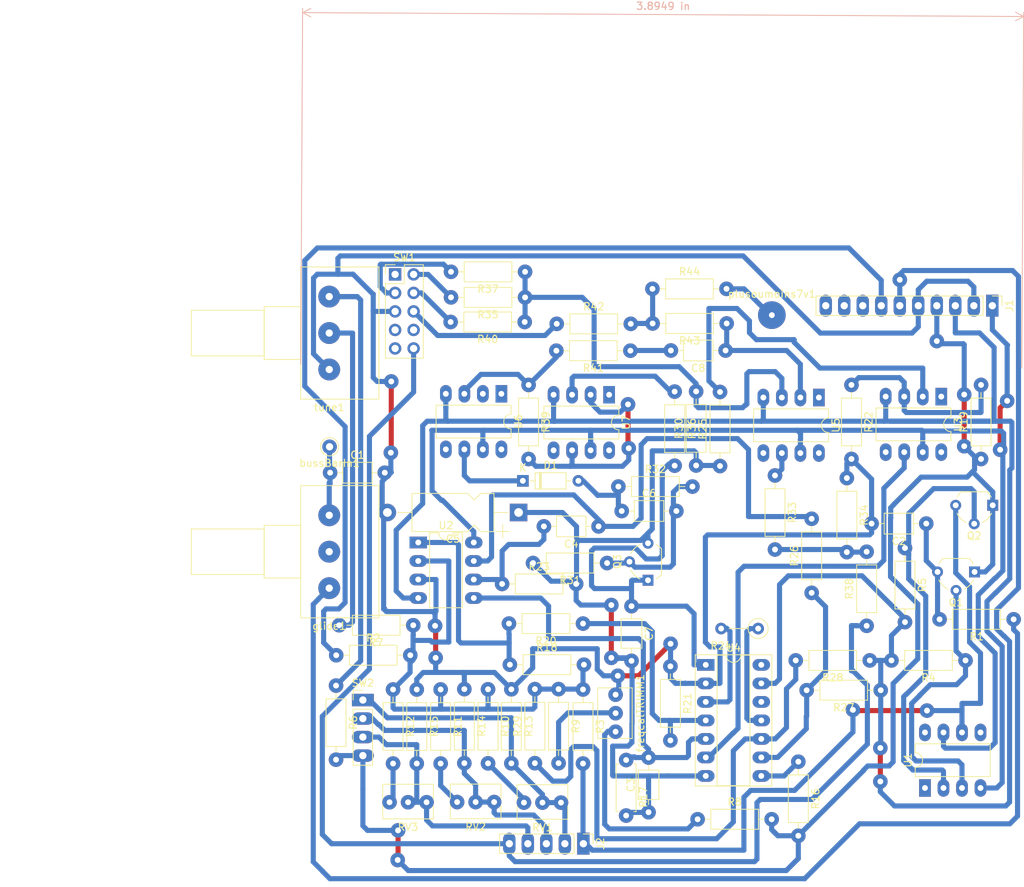
<source format=kicad_pcb>
(kicad_pcb (version 20171130) (host pcbnew "(5.1.2-1)-1")
  (layers (0 F.Cu signal) (31 B.Cu signal) (34 B.Paste user) (35 F.Paste user) (36 B.SilkS user) (37 F.SilkS user) (38 B.Mask user) (39 F.Mask user) (44 Edge.Cuts user))
  (net 0 "")
  (net 1 "Net-(C1-Pad1)")
  (net 2 GND)
  (net 3 "Net-(C2-Pad1)")
  (net 4 +3V8)
  (net 5 "Net-(C3-Pad2)")
  (net 6 "Net-(C4-Pad2)")
  (net 7 "Net-(C4-Pad1)")
  (net 8 "Net-(C6-Pad2)")
  (net 9 "Net-(C6-Pad1)")
  (net 10 "Net-(C7-Pad1)")
  (net 11 "Net-(C8-Pad1)")
  (net 12 "Net-(C8-Pad2)")
  (net 13 "Net-(D1-Pad1)")
  (net 14 "Net-(R9-Pad2)")
  (net 15 "Net-(R8-Pad1)")
  (net 16 +15V)
  (net 17 -15V)
  (net 18 +7.5V)
  (net 19 -8V)
  (net 20 "Net-(J1-Pad7)")
  (net 21 "Net-(J2-Pad1)")
  (net 22 "Net-(J2-Pad2)")
  (net 23 "Net-(J2-Pad3)")
  (net 24 "Net-(J2-Pad4)")
  (net 25 "Net-(J2-Pad5)")
  (net 26 "Net-(R44-Pad2)")
  (net 27 "Net-(Q1-Pad2)")
  (net 28 "Net-(Q2-Pad2)")
  (net 29 "Net-(R10-Pad1)")
  (net 30 "Net-(R6-Pad1)")
  (net 31 "Net-(R7-Pad2)")
  (net 32 "Net-(R10-Pad2)")
  (net 33 "Net-(R11-Pad2)")
  (net 34 "Net-(R12-Pad2)")
  (net 35 "Net-(R16-Pad1)")
  (net 36 "Net-(R18-Pad1)")
  (net 37 "Net-(R19-Pad2)")
  (net 38 "Net-(R20-Pad1)")
  (net 39 "Net-(R24-Pad1)")
  (net 40 "Net-(R24-Pad2)")
  (net 41 "Net-(R25-Pad2)")
  (net 42 "Net-(R26-Pad1)")
  (net 43 "Net-(R28-Pad2)")
  (net 44 "Net-(R30-Pad2)")
  (net 45 "Net-(R33-Pad1)")
  (net 46 "Net-(R33-Pad2)")
  (net 47 "Net-(R35-Pad2)")
  (net 48 "Net-(R36-Pad1)")
  (net 49 "Net-(R37-Pad2)")
  (net 50 "Net-(R39-Pad1)")
  (net 51 "Net-(R39-Pad2)")
  (net 52 "Net-(R40-Pad2)")
  (net 53 "Net-(R42-Pad2)")
  (net 54 "Net-(R42-Pad1)")
  (net 55 "Net-(U3-Pad6)")
  (net 56 "Net-(R1-Pad1)")
  (module Resistor_THT:R_Axial_DIN0207_L6.3mm_D2.5mm_P10.16mm_Horizontal (layer F.Cu) (at 53.3908 2.032 270)
    (fp_text reference R36 (at 5.08 -2.37 90) (layer F.SilkS))
    (fp_text value R_US)
    (pad 2 thru_hole oval (at 10.16 0 270) (size 2 2) (drill 0.8) (layers *.Cu *.Mask) (net 10 "Net-(C7-Pad1)"))
    (pad 1 thru_hole circle (at 0 0 270) (size 2 2) (drill 0.8) (layers *.Cu *.Mask) (net 48 "Net-(R36-Pad1)"))
  )
  (module Resistor_THT:R_Axial_DIN0207_L6.3mm_D2.5mm_P5.08mm_Vertical (layer F.Cu) (at 64.8462 34.544 180)
    (fp_text reference R24 (at 5.08 -2.37) (layer F.SilkS))
    (fp_text value R_US)
    (pad 2 thru_hole oval (at 5.08 0 180) (size 1.6 1.6) (drill 0.8) (layers *.Cu *.Mask) (net 40 "Net-(R24-Pad2)"))
    (pad 1 thru_hole circle (at 0 0 180) (size 1.6 1.6) (drill 0.8) (layers *.Cu *.Mask) (net 39 "Net-(R24-Pad1)"))
  )
  (module MountingHole:MountingHole_2.2mm_M2_DIN965_Pad (layer F.Cu) (at 66.7258 -8.4582)
    (fp_text reference plusoumoins7v1 (at 0 -2.9) (layer F.SilkS))
    (fp_text value MountingHole_Pad)
    (pad 1 thru_hole circle (at 0 0) (size 3.8 3.8) (drill 0.8) (layers *.Cu *.Mask) (net 26 "Net-(R44-Pad2)"))
  )
  (module Potentiometer_THT:Potentiometer_Bourns_3266Y_Vertical (layer F.Cu) (at 45.2882 48.6918 270)
    (fp_text reference freqcalTRIMM1 (at -2.54 -3.41 90) (layer F.SilkS))
    (fp_text value 10k)
    (pad 3 thru_hole circle (at -5.08 0 270) (size 2 2) (drill 0.8) (layers *.Cu *.Mask) (net 2 GND))
    (pad 2 thru_hole circle (at -2.54 0 270) (size 2 2) (drill 0.8) (layers *.Cu *.Mask) (net 14 "Net-(R9-Pad2)"))
    (pad 1 thru_hole circle (at 0 0 270) (size 2 2) (drill 0.8) (layers *.Cu *.Mask) (net 15 "Net-(R8-Pad1)"))
  )
  (module Potentiometer_THT:Potentiometer_Bourns_3266Y_Vertical (layer F.Cu) (at 32.7152 58.42 180)
    (fp_text reference RV1 (at -2.54 -3.41) (layer F.SilkS))
    (fp_text value 50k)
    (pad 3 thru_hole circle (at -5.08 0 180) (size 2 2) (drill 0.8) (layers *.Cu *.Mask) (net 22 "Net-(J2-Pad2)"))
    (pad 2 thru_hole circle (at -2.54 0 180) (size 2 2) (drill 0.8) (layers *.Cu *.Mask) (net 22 "Net-(J2-Pad2)"))
    (pad 1 thru_hole circle (at 0 0 180) (size 2 2) (drill 0.8) (layers *.Cu *.Mask) (net 32 "Net-(R10-Pad2)"))
  )
  (module Potentiometer_THT:Potentiometer_Bourns_3266Y_Vertical (layer F.Cu) (at 23.5458 58.3438 180)
    (fp_text reference RV2 (at -2.54 -3.41) (layer F.SilkS))
    (fp_text value 50k)
    (pad 3 thru_hole circle (at -5.08 0 180) (size 2 2) (drill 0.8) (layers *.Cu *.Mask) (net 23 "Net-(J2-Pad3)"))
    (pad 2 thru_hole circle (at -2.54 0 180) (size 2 2) (drill 0.8) (layers *.Cu *.Mask) (net 23 "Net-(J2-Pad3)"))
    (pad 1 thru_hole circle (at 0 0 180) (size 2 2) (drill 0.8) (layers *.Cu *.Mask) (net 33 "Net-(R11-Pad2)"))
  )
  (module Potentiometer_THT:Potentiometer_Bourns_3266Y_Vertical (layer F.Cu) (at 14.2748 58.3692 180)
    (fp_text reference RV3 (at -2.54 -3.41) (layer F.SilkS))
    (fp_text value 50k)
    (pad 3 thru_hole circle (at -5.08 0 180) (size 2 2) (drill 0.8) (layers *.Cu *.Mask) (net 24 "Net-(J2-Pad4)"))
    (pad 2 thru_hole circle (at -2.54 0 180) (size 2 2) (drill 0.8) (layers *.Cu *.Mask) (net 24 "Net-(J2-Pad4)"))
    (pad 1 thru_hole circle (at 0 0 180) (size 2 2) (drill 0.8) (layers *.Cu *.Mask) (net 34 "Net-(R12-Pad2)"))
  )
  (module Resistor_THT:R_Axial_DIN0207_L6.3mm_D2.5mm_P10.16mm_Horizontal (layer F.Cu) (at 70.358 52.8066 270)
    (fp_text reference R16 (at 5.08 -2.37 90) (layer F.SilkS))
    (fp_text value 100R)
    (pad 2 thru_hole oval (at 10.16 0 270) (size 2 2) (drill 0.8) (layers *.Cu *.Mask) (net 18 +7.5V))
    (pad 1 thru_hole circle (at 0 0 270) (size 2 2) (drill 0.8) (layers *.Cu *.Mask) (net 35 "Net-(R16-Pad1)"))
  )
  (module Resistor_THT:R_Axial_DIN0207_L6.3mm_D2.5mm_P7.62mm_Horizontal (layer F.Cu) (at 46.736 52.578 270)
    (fp_text reference R17 (at 5.08 -2.37 90) (layer F.SilkS))
    (fp_text value R_US)
    (pad 2 thru_hole oval (at 7.62 0 270) (size 2 2) (drill 0.8) (layers *.Cu *.Mask) (net 4 +3V8))
    (pad 1 thru_hole circle (at 0 0 270) (size 2 2) (drill 0.8) (layers *.Cu *.Mask) (net 5 "Net-(C3-Pad2)"))
  )
  (module Package_DIP:DIP-8_W7.62mm_LongPads (layer F.Cu) (at 87.7316 56.4134 90)
    (fp_text reference U1 (at 3.81 -2.33 90) (layer F.SilkS))
    (fp_text value TL071)
    (pad 8 thru_hole oval (at 7.62 0 90) (size 2.4 1.6) (drill 0.8) (layers *.Cu *.Mask))
    (pad 4 thru_hole oval (at 0 7.62 90) (size 2.4 1.6) (drill 0.8) (layers *.Cu *.Mask) (net 17 -15V))
    (pad 7 thru_hole oval (at 7.62 2.54 90) (size 2.4 1.6) (drill 0.8) (layers *.Cu *.Mask) (net 16 +15V))
    (pad 3 thru_hole oval (at 0 5.08 90) (size 2.4 1.6) (drill 0.8) (layers *.Cu *.Mask) (net 27 "Net-(Q1-Pad2)"))
    (pad 6 thru_hole oval (at 7.62 5.08 90) (size 2.4 1.6) (drill 0.8) (layers *.Cu *.Mask) (net 21 "Net-(J2-Pad1)"))
    (pad 2 thru_hole oval (at 0 2.54 90) (size 2.4 1.6) (drill 0.8) (layers *.Cu *.Mask) (net 28 "Net-(Q2-Pad2)"))
    (pad 5 thru_hole oval (at 7.62 7.62 90) (size 2.4 1.6) (drill 0.8) (layers *.Cu *.Mask))
    (pad 1 thru_hole rect (at 0 0 90) (size 2.4 1.6) (drill 0.8) (layers *.Cu *.Mask))
  )
  (module Potentiometer_THT:Potentiometer_Alps_RK163_Single_Horizontal (layer F.Cu) (at 6 -11 180)
    (fp_text reference tune1 (at 0 -15.2) (layer F.SilkS))
    (fp_text value "10k lin")
    (pad 1 thru_hole circle (at 0 0 180) (size 3 3) (drill 1) (layers *.Cu *.Mask) (net 30 "Net-(R6-Pad1)"))
    (pad 2 thru_hole circle (at 0 -5 180) (size 3 3) (drill 1) (layers *.Cu *.Mask) (net 31 "Net-(R7-Pad2)"))
    (pad 3 thru_hole circle (at 0 -10 180) (size 3 3) (drill 1) (layers *.Cu *.Mask F.Adhes) (net 2 GND))
  )
  (module Potentiometer_THT:Potentiometer_Alps_RK163_Single_Horizontal (layer F.Cu) (at 6 19 180)
    (fp_text reference glide1 (at 0 -15.2) (layer F.SilkS))
    (fp_text value "1M log")
    (pad 1 thru_hole circle (at 0 0 180) (size 3 3) (drill 1) (layers *.Cu *.Mask) (net 1 "Net-(C1-Pad1)"))
    (pad 2 thru_hole circle (at 0 -5 180) (size 3 3) (drill 1) (layers *.Cu *.Mask))
    (pad 3 thru_hole circle (at 0 -10 180) (size 3 3) (drill 1) (layers *.Cu *.Mask F.Adhes) (net 56 "Net-(R1-Pad1)"))
  )
  (module Package_TO_SOT_THT:TO-92_Wide (layer F.Cu) (at 49.7332 27.9146 90)
    (fp_text reference Q3 (at 2.55 -4.19 90) (layer F.SilkS))
    (fp_text value BC307)
    (pad 1 thru_hole rect (at 0 0 90) (size 1.5 1.5) (drill 0.8) (layers *.Cu *.Mask) (net 10 "Net-(C7-Pad1)"))
    (pad 3 thru_hole circle (at 5.08 0 90) (size 1.5 1.5) (drill 0.8) (layers *.Cu *.Mask) (net 4 +3V8))
    (pad 2 thru_hole circle (at 2.54 -2.54 90) (size 1.5 1.5) (drill 0.8) (layers *.Cu *.Mask) (net 8 "Net-(C6-Pad2)"))
  )
  (module Capacitor_THT:C_Axial_L3.8mm_D2.6mm_P7.50mm_Horizontal (layer F.Cu) (at 42.9514 20.5232 180)
    (fp_text reference C4 (at 3.75 -2.42) (layer F.SilkS))
    (fp_text value 100pF)
    (pad 2 thru_hole oval (at 7.5 0 180) (size 2 2) (drill 0.8) (layers *.Cu *.Mask) (net 6 "Net-(C4-Pad2)"))
    (pad 1 thru_hole circle (at 0 0 180) (size 2 2) (drill 0.8) (layers *.Cu *.Mask) (net 7 "Net-(C4-Pad1)"))
  )
  (module Resistor_THT:R_Axial_DIN0207_L6.3mm_D2.5mm_P10.16mm_Horizontal (layer F.Cu) (at 79.7306 34.163 90)
    (fp_text reference R38 (at 5.08 -2.37 90) (layer F.SilkS))
    (fp_text value R_US)
    (pad 2 thru_hole oval (at 10.16 0 90) (size 2 2) (drill 0.8) (layers *.Cu *.Mask) (net 46 "Net-(R33-Pad2)"))
    (pad 1 thru_hole circle (at 0 0 90) (size 2 2) (drill 0.8) (layers *.Cu *.Mask) (net 25 "Net-(J2-Pad5)"))
  )
  (module Connector_PinHeader_2.54mm:PinHeader_1x04_P2.54mm_Vertical (layer F.Cu) (at 10.6172 44.3484)
    (fp_text reference SW2 (at 0 -2.33) (layer F.SilkS))
    (fp_text value SW_DP3Tbis)
    (pad 4 thru_hole oval (at 0 7.62) (size 3 1.7) (drill 1) (layers *.Cu *.Mask) (net 18 +7.5V))
    (pad 3 thru_hole oval (at 0 5.08) (size 3 1.7) (drill 1) (layers *.Cu *.Mask) (net 24 "Net-(J2-Pad4)"))
    (pad 2 thru_hole oval (at 0 2.54) (size 3 1.7) (drill 1) (layers *.Cu *.Mask) (net 23 "Net-(J2-Pad3)"))
    (pad 1 thru_hole rect (at 0 0) (size 3 1.7) (drill 1) (layers *.Cu *.Mask) (net 22 "Net-(J2-Pad2)"))
  )
  (module Resistor_THT:R_Axial_DIN0207_L6.3mm_D2.5mm_P10.16mm_Horizontal (layer F.Cu) (at 6.9596 38.2016)
    (fp_text reference R2 (at 5.08 -2.37) (layer F.SilkS))
    (fp_text value 330k)
    (pad 2 thru_hole oval (at 10.16 0) (size 2 2) (drill 0.8) (layers *.Cu *.Mask) (net 29 "Net-(R10-Pad1)"))
    (pad 1 thru_hole circle (at 0 0) (size 2 2) (drill 0.8) (layers *.Cu *.Mask) (net 20 "Net-(J1-Pad7)"))
  )
  (module Capacitor_THT:CP_Axial_L11.0mm_D5.0mm_P18.00mm_Horizontal (layer F.Cu) (at 31.9786 18.6182 180)
    (fp_text reference C5 (at 9 -3.62) (layer F.SilkS))
    (fp_text value 22u)
    (pad 2 thru_hole oval (at 18 0 180) (size 2.4 2.4) (drill 1.2) (layers *.Cu *.Mask) (net 2 GND))
    (pad 1 thru_hole rect (at 0 0 180) (size 2.4 2.4) (drill 1.2) (layers *.Cu *.Mask) (net 4 +3V8))
  )
  (module Package_DIP:DIP-8_W7.62mm_LongPads (layer F.Cu) (at 18.2118 22.733)
    (fp_text reference U2 (at 3.81 -2.33) (layer F.SilkS))
    (fp_text value TL072)
    (pad 8 thru_hole oval (at 7.62 0) (size 2.4 1.6) (drill 0.8) (layers *.Cu *.Mask) (net 16 +15V))
    (pad 4 thru_hole oval (at 0 7.62) (size 2.4 1.6) (drill 0.8) (layers *.Cu *.Mask) (net 17 -15V))
    (pad 7 thru_hole oval (at 7.62 2.54) (size 2.4 1.6) (drill 0.8) (layers *.Cu *.Mask) (net 7 "Net-(C4-Pad1)"))
    (pad 3 thru_hole oval (at 0 5.08) (size 2.4 1.6) (drill 0.8) (layers *.Cu *.Mask) (net 2 GND))
    (pad 6 thru_hole oval (at 7.62 5.08) (size 2.4 1.6) (drill 0.8) (layers *.Cu *.Mask) (net 6 "Net-(C4-Pad2)"))
    (pad 2 thru_hole oval (at 0 2.54) (size 2.4 1.6) (drill 0.8) (layers *.Cu *.Mask) (net 29 "Net-(R10-Pad1)"))
    (pad 5 thru_hole oval (at 7.62 7.62) (size 2.4 1.6) (drill 0.8) (layers *.Cu *.Mask) (net 5 "Net-(C3-Pad2)"))
    (pad 1 thru_hole rect (at 0 0) (size 2.4 1.6) (drill 0.8) (layers *.Cu *.Mask) (net 36 "Net-(R18-Pad1)"))
  )
  (module Connector_Pin:Pin_D1.0mm_L10.0mm (layer F.Cu) (at 6.0452 9.6012)
    (fp_text reference bussBarIn1 (at 0 2.25) (layer F.SilkS))
    (fp_text value MountingHole_Pad)
    (pad 1 thru_hole circle (at 0 0) (size 2 2) (drill 1) (layers *.Cu *.Mask) (net 1 "Net-(C1-Pad1)"))
  )
  (module Diode_THT:D_DO-35_SOD27_P7.62mm_Horizontal (layer F.Cu) (at 32.5628 14.2748)
    (fp_text reference D1 (at 3.81 -2.12) (layer F.SilkS))
    (fp_text value 1N4148)
    (fp_text user K (at 0 -1.8) (layer F.SilkS))
    (pad 2 thru_hole oval (at 7.62 0) (size 1.6 1.6) (drill 0.8) (layers *.Cu *.Mask) (net 9 "Net-(C6-Pad1)"))
    (pad 1 thru_hole rect (at 0 0) (size 1.6 1.6) (drill 0.8) (layers *.Cu *.Mask) (net 13 "Net-(D1-Pad1)"))
  )
  (module Connector_PinHeader_2.54mm:PinHeader_1x10_P2.54mm_Vertical (layer F.Cu) (at 96.9772 -9.7536 270)
    (fp_text reference J1 (at 0 -2.33 90) (layer F.SilkS))
    (fp_text value Conn_01x10_MountingPin)
    (pad 10 thru_hole oval (at 0 22.86 270) (size 3 1.7) (drill 1) (layers *.Cu *.Mask))
    (pad 9 thru_hole oval (at 0 20.32 270) (size 3 1.7) (drill 1) (layers *.Cu *.Mask))
    (pad 8 thru_hole oval (at 0 17.78 270) (size 3 1.7) (drill 1) (layers *.Cu *.Mask))
    (pad 7 thru_hole oval (at 0 15.24 270) (size 3 1.7) (drill 1) (layers *.Cu *.Mask) (net 20 "Net-(J1-Pad7)"))
    (pad 6 thru_hole oval (at 0 12.7 270) (size 3 1.7) (drill 1) (layers *.Cu *.Mask) (net 19 -8V))
    (pad 5 thru_hole oval (at 0 10.16 270) (size 3 1.7) (drill 1) (layers *.Cu *.Mask) (net 2 GND))
    (pad 4 thru_hole oval (at 0 7.62 270) (size 3 1.7) (drill 1) (layers *.Cu *.Mask) (net 18 +7.5V))
    (pad 3 thru_hole oval (at 0 5.08 270) (size 3 1.7) (drill 1) (layers *.Cu *.Mask) (net 17 -15V))
    (pad 2 thru_hole oval (at 0 2.54 270) (size 3 1.7) (drill 1) (layers *.Cu *.Mask) (net 2 GND))
    (pad 1 thru_hole rect (at 0 0 270) (size 3 1.7) (drill 1) (layers *.Cu *.Mask) (net 16 +15V))
  )
  (module Connector_PinHeader_2.54mm:PinHeader_1x05_P2.54mm_Vertical (layer F.Cu) (at 40.8686 64.0588 270)
    (fp_text reference J2 (at 0 -2.33 90) (layer F.SilkS))
    (fp_text value Conn_01x05_MountingPin)
    (pad 5 thru_hole oval (at 0 10.16 270) (size 3 1.7) (drill 1) (layers *.Cu *.Mask) (net 25 "Net-(J2-Pad5)"))
    (pad 4 thru_hole oval (at 0 7.62 270) (size 3 1.7) (drill 1) (layers *.Cu *.Mask) (net 24 "Net-(J2-Pad4)"))
    (pad 3 thru_hole oval (at 0 5.08 270) (size 3 1.7) (drill 1) (layers *.Cu *.Mask) (net 23 "Net-(J2-Pad3)"))
    (pad 2 thru_hole oval (at 0 2.54 270) (size 3 1.7) (drill 1) (layers *.Cu *.Mask) (net 22 "Net-(J2-Pad2)"))
    (pad 1 thru_hole rect (at 0 0 270) (size 3 1.7) (drill 1) (layers *.Cu *.Mask) (net 21 "Net-(J2-Pad1)"))
  )
  (module Resistor_THT:R_Axial_DIN0207_L6.3mm_D2.5mm_P10.16mm_Horizontal (layer F.Cu) (at 99.8982 33.274 180)
    (fp_text reference R1 (at 5.08 -2.37) (layer F.SilkS))
    (fp_text value 330R)
    (pad 2 thru_hole oval (at 10.16 0 180) (size 2 2) (drill 0.8) (layers *.Cu *.Mask) (net 3 "Net-(C2-Pad1)"))
    (pad 1 thru_hole circle (at 0 0 180) (size 2 2) (drill 0.8) (layers *.Cu *.Mask) (net 56 "Net-(R1-Pad1)"))
  )
  (module Resistor_THT:R_Axial_DIN0207_L6.3mm_D2.5mm_P10.16mm_Horizontal (layer F.Cu) (at 40.8178 42.9006 270)
    (fp_text reference R3 (at 5.08 -2.37 90) (layer F.SilkS))
    (fp_text value 27k)
    (pad 2 thru_hole oval (at 10.16 0 270) (size 2 2) (drill 0.8) (layers *.Cu *.Mask) (net 21 "Net-(J2-Pad1)"))
    (pad 1 thru_hole circle (at 0 0 270) (size 2 2) (drill 0.8) (layers *.Cu *.Mask) (net 29 "Net-(R10-Pad1)"))
  )
  (module Resistor_THT:R_Axial_DIN0207_L6.3mm_D2.5mm_P10.16mm_Horizontal (layer F.Cu) (at 93.2942 38.9128 180)
    (fp_text reference R4 (at 5.08 -2.37) (layer F.SilkS))
    (fp_text value 47k)
    (pad 2 thru_hole oval (at 10.16 0 180) (size 2 2) (drill 0.8) (layers *.Cu *.Mask) (net 19 -8V))
    (pad 1 thru_hole circle (at 0 0 180) (size 2 2) (drill 0.8) (layers *.Cu *.Mask) (net 27 "Net-(Q1-Pad2)"))
  )
  (module Resistor_THT:R_Axial_DIN0207_L6.3mm_D2.5mm_P10.16mm_Horizontal (layer F.Cu) (at 84.9884 23.495 270)
    (fp_text reference R5 (at 5.08 -2.37 90) (layer F.SilkS))
    (fp_text value 47k)
    (pad 2 thru_hole oval (at 10.16 0 270) (size 2 2) (drill 0.8) (layers *.Cu *.Mask) (net 19 -8V))
    (pad 1 thru_hole circle (at 0 0 270) (size 2 2) (drill 0.8) (layers *.Cu *.Mask) (net 28 "Net-(Q2-Pad2)"))
  )
  (module Resistor_THT:R_Axial_DIN0207_L6.3mm_D2.5mm_P10.16mm_Horizontal (layer F.Cu) (at 6.9342 42.3672 270)
    (fp_text reference R6 (at 5.08 -2.37 90) (layer F.SilkS))
    (fp_text value 100k)
    (pad 2 thru_hole oval (at 10.16 0 270) (size 2 2) (drill 0.8) (layers *.Cu *.Mask) (net 18 +7.5V))
    (pad 1 thru_hole circle (at 0 0 270) (size 2 2) (drill 0.8) (layers *.Cu *.Mask) (net 30 "Net-(R6-Pad1)"))
  )
  (module Resistor_THT:R_Axial_DIN0207_L6.3mm_D2.5mm_P10.16mm_Horizontal (layer F.Cu) (at 17.526 34.0868 180)
    (fp_text reference R7 (at 5.08 -2.37) (layer F.SilkS))
    (fp_text value 270k)
    (pad 2 thru_hole oval (at 10.16 0 180) (size 2 2) (drill 0.8) (layers *.Cu *.Mask) (net 31 "Net-(R7-Pad2)"))
    (pad 1 thru_hole circle (at 0 0 180) (size 2 2) (drill 0.8) (layers *.Cu *.Mask) (net 29 "Net-(R10-Pad1)"))
  )
  (module Resistor_THT:R_Axial_DIN0207_L6.3mm_D2.5mm_P10.16mm_Horizontal (layer F.Cu) (at 56.5404 60.706)
    (fp_text reference R8 (at 5.08 -2.37) (layer F.SilkS))
    (fp_text value 30k)
    (pad 2 thru_hole oval (at 10.16 0) (size 2 2) (drill 0.8) (layers *.Cu *.Mask) (net 18 +7.5V))
    (pad 1 thru_hole circle (at 0 0) (size 2 2) (drill 0.8) (layers *.Cu *.Mask) (net 15 "Net-(R8-Pad1)"))
  )
  (module Resistor_THT:R_Axial_DIN0207_L6.3mm_D2.5mm_P10.16mm_Horizontal (layer F.Cu) (at 37.465 42.8498 270)
    (fp_text reference R9 (at 5.08 -2.37 90) (layer F.SilkS))
    (fp_text value 100k)
    (pad 2 thru_hole oval (at 10.16 0 270) (size 2 2) (drill 0.8) (layers *.Cu *.Mask) (net 14 "Net-(R9-Pad2)"))
    (pad 1 thru_hole circle (at 0 0 270) (size 2 2) (drill 0.8) (layers *.Cu *.Mask) (net 29 "Net-(R10-Pad1)"))
  )
  (module Resistor_THT:R_Axial_DIN0207_L6.3mm_D2.5mm_P10.16mm_Horizontal (layer F.Cu) (at 27.7876 42.8752 270)
    (fp_text reference R10 (at 5.08 -2.37 90) (layer F.SilkS))
    (fp_text value 360k)
    (pad 2 thru_hole oval (at 10.16 0 270) (size 2 2) (drill 0.8) (layers *.Cu *.Mask) (net 32 "Net-(R10-Pad2)"))
    (pad 1 thru_hole circle (at 0 0 270) (size 2 2) (drill 0.8) (layers *.Cu *.Mask) (net 29 "Net-(R10-Pad1)"))
  )
  (module Resistor_THT:R_Axial_DIN0207_L6.3mm_D2.5mm_P10.16mm_Horizontal (layer F.Cu) (at 21.2852 42.9006 270)
    (fp_text reference R11 (at 5.08 -2.37 90) (layer F.SilkS))
    (fp_text value 180k)
    (pad 2 thru_hole oval (at 10.16 0 270) (size 2 2) (drill 0.8) (layers *.Cu *.Mask) (net 33 "Net-(R11-Pad2)"))
    (pad 1 thru_hole circle (at 0 0 270) (size 2 2) (drill 0.8) (layers *.Cu *.Mask) (net 29 "Net-(R10-Pad1)"))
  )
  (module Resistor_THT:R_Axial_DIN0207_L6.3mm_D2.5mm_P10.16mm_Horizontal (layer F.Cu) (at 14.7574 42.9006 270)
    (fp_text reference R12 (at 5.08 -2.37 90) (layer F.SilkS))
    (fp_text value 130k)
    (pad 2 thru_hole oval (at 10.16 0 270) (size 2 2) (drill 0.8) (layers *.Cu *.Mask) (net 34 "Net-(R12-Pad2)"))
    (pad 1 thru_hole circle (at 0 0 270) (size 2 2) (drill 0.8) (layers *.Cu *.Mask) (net 29 "Net-(R10-Pad1)"))
  )
  (module Resistor_THT:R_Axial_DIN0207_L6.3mm_D2.5mm_P10.16mm_Horizontal (layer F.Cu) (at 30.988 42.8752 270)
    (fp_text reference R13 (at 5.08 -2.37 90) (layer F.SilkS))
    (fp_text value 1k)
    (pad 2 thru_hole oval (at 10.16 0 270) (size 2 2) (drill 0.8) (layers *.Cu *.Mask) (net 22 "Net-(J2-Pad2)"))
    (pad 1 thru_hole circle (at 0 0 270) (size 2 2) (drill 0.8) (layers *.Cu *.Mask) (net 2 GND))
  )
  (module Resistor_THT:R_Axial_DIN0207_L6.3mm_D2.5mm_P10.16mm_Horizontal (layer F.Cu) (at 24.5364 42.8498 270)
    (fp_text reference R14 (at 5.08 -2.37 90) (layer F.SilkS))
    (fp_text value 1k)
    (pad 2 thru_hole oval (at 10.16 0 270) (size 2 2) (drill 0.8) (layers *.Cu *.Mask) (net 23 "Net-(J2-Pad3)"))
    (pad 1 thru_hole circle (at 0 0 270) (size 2 2) (drill 0.8) (layers *.Cu *.Mask) (net 2 GND))
  )
  (module Resistor_THT:R_Axial_DIN0207_L6.3mm_D2.5mm_P10.16mm_Horizontal (layer F.Cu) (at 18.0086 42.9006 270)
    (fp_text reference R15 (at 5.08 -2.37 90) (layer F.SilkS))
    (fp_text value 1k)
    (pad 2 thru_hole oval (at 10.16 0 270) (size 2 2) (drill 0.8) (layers *.Cu *.Mask) (net 24 "Net-(J2-Pad4)"))
    (pad 1 thru_hole circle (at 0 0 270) (size 2 2) (drill 0.8) (layers *.Cu *.Mask) (net 2 GND))
  )
  (module Resistor_THT:R_Axial_DIN0207_L6.3mm_D2.5mm_P10.16mm_Horizontal (layer F.Cu) (at 30.7848 39.497)
    (fp_text reference R18 (at 5.08 -2.37) (layer F.SilkS))
    (fp_text value 20k)
    (pad 2 thru_hole oval (at 10.16 0) (size 2 2) (drill 0.8) (layers *.Cu *.Mask) (net 29 "Net-(R10-Pad1)"))
    (pad 1 thru_hole circle (at 0 0) (size 2 2) (drill 0.8) (layers *.Cu *.Mask) (net 36 "Net-(R18-Pad1)"))
  )
  (module Resistor_THT:R_Axial_DIN0207_L6.3mm_D2.5mm_P10.16mm_Horizontal (layer F.Cu) (at 95.4278 11.2776 90)
    (fp_text reference R19 (at 5.08 -2.37 90) (layer F.SilkS))
    (fp_text value 20k)
    (pad 2 thru_hole oval (at 10.16 0 90) (size 2 2) (drill 0.8) (layers *.Cu *.Mask) (net 37 "Net-(R19-Pad2)"))
    (pad 1 thru_hole circle (at 0 0 90) (size 2 2) (drill 0.8) (layers *.Cu *.Mask) (net 18 +7.5V))
  )
  (module Resistor_THT:R_Axial_DIN0207_L6.3mm_D2.5mm_P10.16mm_Horizontal (layer F.Cu) (at 40.8178 33.8582 180)
    (fp_text reference R20 (at 5.08 -2.37) (layer F.SilkS))
    (fp_text value 20k)
    (pad 2 thru_hole oval (at 10.16 0 180) (size 2 2) (drill 0.8) (layers *.Cu *.Mask) (net 36 "Net-(R18-Pad1)"))
    (pad 1 thru_hole circle (at 0 0 180) (size 2 2) (drill 0.8) (layers *.Cu *.Mask) (net 38 "Net-(R20-Pad1)"))
  )
  (module Resistor_THT:R_Axial_DIN0207_L6.3mm_D2.5mm_P10.16mm_Horizontal (layer F.Cu) (at 52.8066 39.7256 270)
    (fp_text reference R21 (at 5.08 -2.37 90) (layer F.SilkS))
    (fp_text value "1k tempco")
    (pad 2 thru_hole oval (at 10.16 0 270) (size 2 2) (drill 0.8) (layers *.Cu *.Mask) (net 38 "Net-(R20-Pad1)"))
    (pad 1 thru_hole circle (at 0 0 270) (size 2 2) (drill 0.8) (layers *.Cu *.Mask) (net 2 GND))
  )
  (module Resistor_THT:R_Axial_DIN0207_L6.3mm_D2.5mm_P10.16mm_Horizontal (layer F.Cu) (at 77.6478 1.1176 270)
    (fp_text reference R22 (at 5.08 -2.37 90) (layer F.SilkS))
    (fp_text value 20k)
    (pad 2 thru_hole oval (at 10.16 0 270) (size 2 2) (drill 0.8) (layers *.Cu *.Mask) (net 2 GND))
    (pad 1 thru_hole circle (at 0 0 270) (size 2 2) (drill 0.8) (layers *.Cu *.Mask) (net 37 "Net-(R19-Pad2)"))
  )
  (module Resistor_THT:R_Axial_DIN0207_L6.3mm_D2.5mm_P10.16mm_Horizontal (layer F.Cu) (at 29.718 28.4226)
    (fp_text reference R23 (at 5.08 -2.37) (layer F.SilkS))
    (fp_text value 20k)
    (pad 2 thru_hole oval (at 10.16 0) (size 2 2) (drill 0.8) (layers *.Cu *.Mask) (net 4 +3V8))
    (pad 1 thru_hole circle (at 0 0) (size 2 2) (drill 0.8) (layers *.Cu *.Mask) (net 6 "Net-(C4-Pad2)"))
  )
  (module Resistor_THT:R_Axial_DIN0207_L6.3mm_D2.5mm_P10.16mm_Horizontal (layer F.Cu) (at 59.6138 12.2428 90)
    (fp_text reference R25 (at 5.08 -2.37 90) (layer F.SilkS))
    (fp_text value 22k)
    (pad 2 thru_hole oval (at 10.16 0 90) (size 2 2) (drill 0.8) (layers *.Cu *.Mask) (net 41 "Net-(R25-Pad2)"))
    (pad 1 thru_hole circle (at 0 0 90) (size 2 2) (drill 0.8) (layers *.Cu *.Mask) (net 4 +3V8))
  )
  (module Resistor_THT:R_Axial_DIN0207_L6.3mm_D2.5mm_P10.16mm_Horizontal (layer F.Cu) (at 72.1868 29.6418 90)
    (fp_text reference R26 (at 5.08 -2.37 90) (layer F.SilkS))
    (fp_text value R_US)
    (pad 2 thru_hole oval (at 10.16 0 90) (size 2 2) (drill 0.8) (layers *.Cu *.Mask) (net 7 "Net-(C4-Pad1)"))
    (pad 1 thru_hole circle (at 0 0 90) (size 2 2) (drill 0.8) (layers *.Cu *.Mask) (net 42 "Net-(R26-Pad1)"))
  )
  (module Resistor_THT:R_Axial_DIN0207_L6.3mm_D2.5mm_P10.16mm_Horizontal (layer F.Cu) (at 81.661 43.0022 180)
    (fp_text reference R27 (at 5.08 -2.37) (layer F.SilkS))
    (fp_text value R_US)
    (pad 2 thru_hole oval (at 10.16 0 180) (size 2 2) (drill 0.8) (layers *.Cu *.Mask) (net 42 "Net-(R26-Pad1)"))
    (pad 1 thru_hole circle (at 0 0 180) (size 2 2) (drill 0.8) (layers *.Cu *.Mask) (net 19 -8V))
  )
  (module Resistor_THT:R_Axial_DIN0207_L6.3mm_D2.5mm_P10.16mm_Horizontal (layer F.Cu) (at 80.1624 38.9128 180)
    (fp_text reference R28 (at 5.08 -2.37) (layer F.SilkS))
    (fp_text value R_US)
    (pad 2 thru_hole oval (at 10.16 0 180) (size 2 2) (drill 0.8) (layers *.Cu *.Mask) (net 43 "Net-(R28-Pad2)"))
    (pad 1 thru_hole circle (at 0 0 180) (size 2 2) (drill 0.8) (layers *.Cu *.Mask) (net 19 -8V))
  )
  (module Resistor_THT:R_Axial_DIN0207_L6.3mm_D2.5mm_P10.16mm_Horizontal (layer F.Cu) (at 34.2138 53.0098 90)
    (fp_text reference R29 (at 5.08 -2.37 90) (layer F.SilkS))
    (fp_text value R_US)
    (pad 2 thru_hole oval (at 10.16 0 90) (size 2 2) (drill 0.8) (layers *.Cu *.Mask) (net 29 "Net-(R10-Pad1)"))
    (pad 1 thru_hole circle (at 0 0 90) (size 2 2) (drill 0.8) (layers *.Cu *.Mask) (net 43 "Net-(R28-Pad2)"))
  )
  (module Resistor_THT:R_Axial_DIN0207_L6.3mm_D2.5mm_P10.16mm_Horizontal (layer F.Cu) (at 56.3372 12.1666 90)
    (fp_text reference R30 (at 5.08 -2.37 90) (layer F.SilkS))
    (fp_text value R_US)
    (pad 2 thru_hole oval (at 10.16 0 90) (size 2 2) (drill 0.8) (layers *.Cu *.Mask) (net 44 "Net-(R30-Pad2)"))
    (pad 1 thru_hole circle (at 0 0 90) (size 2 2) (drill 0.8) (layers *.Cu *.Mask) (net 4 +3V8))
  )
  (module Resistor_THT:R_Axial_DIN0207_L6.3mm_D2.5mm_P10.16mm_Horizontal (layer F.Cu) (at 45.6692 15.0622)
    (fp_text reference R32 (at 5.08 -2.37) (layer F.SilkS))
    (fp_text value R_US)
    (pad 2 thru_hole oval (at 10.16 0) (size 2 2) (drill 0.8) (layers *.Cu *.Mask) (net 8 "Net-(C6-Pad2)"))
    (pad 1 thru_hole circle (at 0 0) (size 2 2) (drill 0.8) (layers *.Cu *.Mask) (net 9 "Net-(C6-Pad1)"))
  )
  (module Resistor_THT:R_Axial_DIN0207_L6.3mm_D2.5mm_P10.16mm_Horizontal (layer F.Cu) (at 67.1576 13.5382 270)
    (fp_text reference R33 (at 5.08 -2.37 90) (layer F.SilkS))
    (fp_text value R_US)
    (pad 2 thru_hole oval (at 10.16 0 270) (size 2 2) (drill 0.8) (layers *.Cu *.Mask) (net 46 "Net-(R33-Pad2)"))
    (pad 1 thru_hole circle (at 0 0 270) (size 2 2) (drill 0.8) (layers *.Cu *.Mask) (net 45 "Net-(R33-Pad1)"))
  )
  (module Resistor_THT:R_Axial_DIN0207_L6.3mm_D2.5mm_P10.16mm_Horizontal (layer F.Cu) (at 77.0128 13.8938 270)
    (fp_text reference R34 (at 5.08 -2.37 90) (layer F.SilkS))
    (fp_text value R_US)
    (pad 2 thru_hole oval (at 10.16 0 270) (size 2 2) (drill 0.8) (layers *.Cu *.Mask) (net 46 "Net-(R33-Pad2)"))
    (pad 1 thru_hole circle (at 0 0 270) (size 2 2) (drill 0.8) (layers *.Cu *.Mask) (net 2 GND))
  )
  (module Resistor_THT:R_Axial_DIN0207_L6.3mm_D2.5mm_P10.16mm_Horizontal (layer F.Cu) (at 32.8676 -10.8966 180)
    (fp_text reference R35 (at 5.08 -2.37) (layer F.SilkS))
    (fp_text value R_US)
    (pad 2 thru_hole oval (at 10.16 0 180) (size 2 2) (drill 0.8) (layers *.Cu *.Mask) (net 47 "Net-(R35-Pad2)"))
    (pad 1 thru_hole circle (at 0 0 180) (size 2 2) (drill 0.8) (layers *.Cu *.Mask) (net 44 "Net-(R30-Pad2)"))
  )
  (module Resistor_THT:R_Axial_DIN0207_L6.3mm_D2.5mm_P10.16mm_Horizontal (layer F.Cu) (at 32.8676 -14.4018 180)
    (fp_text reference R37 (at 5.08 -2.37) (layer F.SilkS))
    (fp_text value R_US)
    (pad 2 thru_hole oval (at 10.16 0 180) (size 2 2) (drill 0.8) (layers *.Cu *.Mask) (net 49 "Net-(R37-Pad2)"))
    (pad 1 thru_hole circle (at 0 0 180) (size 2 2) (drill 0.8) (layers *.Cu *.Mask) (net 44 "Net-(R30-Pad2)"))
  )
  (module Resistor_THT:R_Axial_DIN0207_L6.3mm_D2.5mm_P10.16mm_Horizontal (layer F.Cu) (at 33.3502 1.1176 270)
    (fp_text reference R39 (at 5.08 -2.37 90) (layer F.SilkS))
    (fp_text value R_US)
    (pad 2 thru_hole oval (at 10.16 0 270) (size 2 2) (drill 0.8) (layers *.Cu *.Mask) (net 51 "Net-(R39-Pad2)"))
    (pad 1 thru_hole circle (at 0 0 270) (size 2 2) (drill 0.8) (layers *.Cu *.Mask) (net 50 "Net-(R39-Pad1)"))
  )
  (module Resistor_THT:R_Axial_DIN0207_L6.3mm_D2.5mm_P10.16mm_Horizontal (layer F.Cu) (at 32.8168 -7.5184 180)
    (fp_text reference R40 (at 5.08 -2.37) (layer F.SilkS))
    (fp_text value R_US)
    (pad 2 thru_hole oval (at 10.16 0 180) (size 2 2) (drill 0.8) (layers *.Cu *.Mask) (net 52 "Net-(R40-Pad2)"))
    (pad 1 thru_hole circle (at 0 0 180) (size 2 2) (drill 0.8) (layers *.Cu *.Mask) (net 44 "Net-(R30-Pad2)"))
  )
  (module Resistor_THT:R_Axial_DIN0207_L6.3mm_D2.5mm_P10.16mm_Horizontal (layer F.Cu) (at 47.3202 -3.5814 180)
    (fp_text reference R41 (at 5.08 -2.37) (layer F.SilkS))
    (fp_text value R_US)
    (pad 2 thru_hole oval (at 10.16 0 180) (size 2 2) (drill 0.8) (layers *.Cu *.Mask) (net 50 "Net-(R39-Pad1)"))
    (pad 1 thru_hole circle (at 0 0 180) (size 2 2) (drill 0.8) (layers *.Cu *.Mask) (net 12 "Net-(C8-Pad2)"))
  )
  (module Resistor_THT:R_Axial_DIN0207_L6.3mm_D2.5mm_P10.16mm_Horizontal (layer F.Cu) (at 37.211 -7.2644)
    (fp_text reference R42 (at 5.08 -2.37) (layer F.SilkS))
    (fp_text value R_US)
    (pad 2 thru_hole oval (at 10.16 0) (size 2 2) (drill 0.8) (layers *.Cu *.Mask) (net 53 "Net-(R42-Pad2)"))
    (pad 1 thru_hole circle (at 0 0) (size 2 2) (drill 0.8) (layers *.Cu *.Mask) (net 54 "Net-(R42-Pad1)"))
  )
  (module Resistor_THT:R_Axial_DIN0207_L6.3mm_D2.5mm_P10.16mm_Horizontal (layer F.Cu) (at 60.5282 -7.3152 180)
    (fp_text reference R43 (at 5.08 -2.37) (layer F.SilkS))
    (fp_text value R_US)
    (pad 2 thru_hole oval (at 10.16 0 180) (size 2 2) (drill 0.8) (layers *.Cu *.Mask) (net 53 "Net-(R42-Pad2)"))
    (pad 1 thru_hole circle (at 0 0 180) (size 2 2) (drill 0.8) (layers *.Cu *.Mask) (net 11 "Net-(C8-Pad1)"))
  )
  (module Resistor_THT:R_Axial_DIN0207_L6.3mm_D2.5mm_P10.16mm_Horizontal (layer F.Cu) (at 50.3428 -12.065)
    (fp_text reference R44 (at 5.08 -2.37) (layer F.SilkS))
    (fp_text value R_US)
    (pad 2 thru_hole oval (at 10.16 0) (size 2 2) (drill 0.8) (layers *.Cu *.Mask) (net 26 "Net-(R44-Pad2)"))
    (pad 1 thru_hole circle (at 0 0) (size 2 2) (drill 0.8) (layers *.Cu *.Mask) (net 53 "Net-(R42-Pad2)"))
  )
  (module Connector_PinHeader_2.54mm:PinHeader_2x05_P2.54mm_Vertical (layer F.Cu) (at 15.0368 -14.0462)
    (fp_text reference SW1 (at 1.27 -2.33) (layer F.SilkS))
    (fp_text value SW_Rotary2x4)
    (pad 10 thru_hole oval (at 2.54 10.16) (size 1.7 1.7) (drill 1) (layers *.Cu *.Mask) (net 25 "Net-(J2-Pad5)"))
    (pad 9 thru_hole oval (at 0 10.16) (size 1.7 1.7) (drill 1) (layers *.Cu *.Mask))
    (pad 8 thru_hole oval (at 2.54 7.62) (size 1.7 1.7) (drill 1) (layers *.Cu *.Mask))
    (pad 7 thru_hole oval (at 0 7.62) (size 1.7 1.7) (drill 1) (layers *.Cu *.Mask))
    (pad 6 thru_hole oval (at 2.54 5.08) (size 1.7 1.7) (drill 1) (layers *.Cu *.Mask) (net 54 "Net-(R42-Pad1)"))
    (pad 5 thru_hole oval (at 0 5.08) (size 1.7 1.7) (drill 1) (layers *.Cu *.Mask) (net 2 GND))
    (pad 4 thru_hole oval (at 2.54 2.54) (size 1.7 1.7) (drill 1) (layers *.Cu *.Mask) (net 52 "Net-(R40-Pad2)"))
    (pad 3 thru_hole oval (at 0 2.54) (size 1.7 1.7) (drill 1) (layers *.Cu *.Mask) (net 49 "Net-(R37-Pad2)"))
    (pad 2 thru_hole oval (at 2.54 0) (size 1.7 1.7) (drill 1) (layers *.Cu *.Mask) (net 47 "Net-(R35-Pad2)"))
    (pad 1 thru_hole rect (at 0 0) (size 1.7 1.7) (drill 1) (layers *.Cu *.Mask))
  )
  (module Package_DIP:DIP-14_W7.62mm_Socket_LongPads (layer F.Cu) (at 57.658 39.5224)
    (fp_text reference U4 (at 3.81 -2.33) (layer F.SilkS))
    (fp_text value CA3086)
    (pad 14 thru_hole oval (at 7.62 0) (size 2.4 1.6) (drill 0.8) (layers *.Cu *.Mask))
    (pad 7 thru_hole oval (at 0 15.24) (size 2.4 1.6) (drill 0.8) (layers *.Cu *.Mask) (net 4 +3V8))
    (pad 13 thru_hole oval (at 7.62 2.54) (size 2.4 1.6) (drill 0.8) (layers *.Cu *.Mask) (net 19 -8V))
    (pad 6 thru_hole oval (at 0 12.7) (size 2.4 1.6) (drill 0.8) (layers *.Cu *.Mask) (net 55 "Net-(U3-Pad6)"))
    (pad 12 thru_hole oval (at 7.62 5.08) (size 2.4 1.6) (drill 0.8) (layers *.Cu *.Mask))
    (pad 5 thru_hole oval (at 0 10.16) (size 2.4 1.6) (drill 0.8) (layers *.Cu *.Mask) (net 5 "Net-(C3-Pad2)"))
    (pad 11 thru_hole oval (at 7.62 7.62) (size 2.4 1.6) (drill 0.8) (layers *.Cu *.Mask) (net 39 "Net-(R24-Pad1)"))
    (pad 4 thru_hole oval (at 0 7.62) (size 2.4 1.6) (drill 0.8) (layers *.Cu *.Mask) (net 38 "Net-(R20-Pad1)"))
    (pad 10 thru_hole oval (at 7.62 10.16) (size 2.4 1.6) (drill 0.8) (layers *.Cu *.Mask) (net 43 "Net-(R28-Pad2)"))
    (pad 3 thru_hole oval (at 0 5.08) (size 2.4 1.6) (drill 0.8) (layers *.Cu *.Mask) (net 40 "Net-(R24-Pad2)"))
    (pad 9 thru_hole oval (at 7.62 12.7) (size 2.4 1.6) (drill 0.8) (layers *.Cu *.Mask) (net 42 "Net-(R26-Pad1)"))
    (pad 2 thru_hole oval (at 0 2.54) (size 2.4 1.6) (drill 0.8) (layers *.Cu *.Mask) (net 2 GND))
    (pad 8 thru_hole oval (at 7.62 15.24) (size 2.4 1.6) (drill 0.8) (layers *.Cu *.Mask) (net 35 "Net-(R16-Pad1)"))
    (pad 1 thru_hole rect (at 0 0) (size 2.4 1.6) (drill 0.8) (layers *.Cu *.Mask) (net 10 "Net-(C7-Pad1)"))
  )
  (module Package_DIP:DIP-8_W7.62mm_LongPads (layer F.Cu) (at 73.1774 2.8448 270)
    (fp_text reference U5 (at 3.81 -2.33 90) (layer F.SilkS))
    (fp_text value TL071)
    (pad 8 thru_hole oval (at 7.62 0 270) (size 2.4 1.6) (drill 0.8) (layers *.Cu *.Mask))
    (pad 4 thru_hole oval (at 0 7.62 270) (size 2.4 1.6) (drill 0.8) (layers *.Cu *.Mask) (net 17 -15V))
    (pad 7 thru_hole oval (at 7.62 2.54 270) (size 2.4 1.6) (drill 0.8) (layers *.Cu *.Mask) (net 16 +15V))
    (pad 3 thru_hole oval (at 0 5.08 270) (size 2.4 1.6) (drill 0.8) (layers *.Cu *.Mask) (net 44 "Net-(R30-Pad2)"))
    (pad 6 thru_hole oval (at 7.62 5.08 270) (size 2.4 1.6) (drill 0.8) (layers *.Cu *.Mask) (net 45 "Net-(R33-Pad1)"))
    (pad 2 thru_hole oval (at 0 2.54 270) (size 2.4 1.6) (drill 0.8) (layers *.Cu *.Mask) (net 11 "Net-(C8-Pad1)"))
    (pad 5 thru_hole oval (at 7.62 7.62 270) (size 2.4 1.6) (drill 0.8) (layers *.Cu *.Mask))
    (pad 1 thru_hole rect (at 0 0 270) (size 2.4 1.6) (drill 0.8) (layers *.Cu *.Mask))
  )
  (module Package_DIP:DIP-8_W7.62mm_LongPads (layer F.Cu) (at 29.6164 2.3368 270)
    (fp_text reference U6 (at 3.81 -2.33 90) (layer F.SilkS))
    (fp_text value TL071)
    (pad 8 thru_hole oval (at 7.62 0 270) (size 2.4 1.6) (drill 0.8) (layers *.Cu *.Mask))
    (pad 4 thru_hole oval (at 0 7.62 270) (size 2.4 1.6) (drill 0.8) (layers *.Cu *.Mask) (net 17 -15V))
    (pad 7 thru_hole oval (at 7.62 2.54 270) (size 2.4 1.6) (drill 0.8) (layers *.Cu *.Mask) (net 16 +15V))
    (pad 3 thru_hole oval (at 0 5.08 270) (size 2.4 1.6) (drill 0.8) (layers *.Cu *.Mask) (net 50 "Net-(R39-Pad1)"))
    (pad 6 thru_hole oval (at 7.62 5.08 270) (size 2.4 1.6) (drill 0.8) (layers *.Cu *.Mask) (net 13 "Net-(D1-Pad1)"))
    (pad 2 thru_hole oval (at 0 2.54 270) (size 2.4 1.6) (drill 0.8) (layers *.Cu *.Mask))
    (pad 5 thru_hole oval (at 7.62 7.62 270) (size 2.4 1.6) (drill 0.8) (layers *.Cu *.Mask))
    (pad 1 thru_hole rect (at 0 0 270) (size 2.4 1.6) (drill 0.8) (layers *.Cu *.Mask))
  )
  (module Package_DIP:DIP-8_W7.62mm_LongPads (layer F.Cu) (at 44.3992 2.4638 270)
    (fp_text reference U7 (at 3.81 -2.33 90) (layer F.SilkS))
    (fp_text value TL071)
    (pad 8 thru_hole oval (at 7.62 0 270) (size 2.4 1.6) (drill 0.8) (layers *.Cu *.Mask))
    (pad 4 thru_hole oval (at 0 7.62 270) (size 2.4 1.6) (drill 0.8) (layers *.Cu *.Mask) (net 17 -15V))
    (pad 7 thru_hole oval (at 7.62 2.54 270) (size 2.4 1.6) (drill 0.8) (layers *.Cu *.Mask) (net 16 +15V))
    (pad 3 thru_hole oval (at 0 5.08 270) (size 2.4 1.6) (drill 0.8) (layers *.Cu *.Mask) (net 48 "Net-(R36-Pad1)"))
    (pad 6 thru_hole oval (at 7.62 5.08 270) (size 2.4 1.6) (drill 0.8) (layers *.Cu *.Mask) (net 51 "Net-(R39-Pad2)"))
    (pad 2 thru_hole oval (at 0 2.54 270) (size 2.4 1.6) (drill 0.8) (layers *.Cu *.Mask) (net 51 "Net-(R39-Pad2)"))
    (pad 5 thru_hole oval (at 7.62 7.62 270) (size 2.4 1.6) (drill 0.8) (layers *.Cu *.Mask))
    (pad 1 thru_hole rect (at 0 0 270) (size 2.4 1.6) (drill 0.8) (layers *.Cu *.Mask))
  )
  (module Capacitor_THT:C_Axial_L3.8mm_D2.6mm_P7.50mm_Horizontal (layer F.Cu) (at 6.1214 13.1572)
    (fp_text reference C1 (at 3.75 -2.42) (layer F.SilkS))
    (fp_text value 0.47u)
    (pad 2 thru_hole oval (at 7.5 0) (size 2 2) (drill 0.8) (layers *.Cu *.Mask) (net 2 GND))
    (pad 1 thru_hole circle (at 0 0) (size 2 2) (drill 0.8) (layers *.Cu *.Mask) (net 1 "Net-(C1-Pad1)"))
  )
  (module Capacitor_THT:C_Axial_L3.8mm_D2.6mm_P7.50mm_Horizontal (layer F.Cu) (at 87.9094 20.1422 180)
    (fp_text reference C2 (at 3.75 -2.42) (layer F.SilkS))
    (fp_text value 1u)
    (pad 2 thru_hole oval (at 7.5 0 180) (size 2 2) (drill 0.8) (layers *.Cu *.Mask) (net 2 GND))
    (pad 1 thru_hole circle (at 0 0 180) (size 2 2) (drill 0.8) (layers *.Cu *.Mask) (net 3 "Net-(C2-Pad1)"))
  )
  (module Capacitor_THT:C_Axial_L3.8mm_D2.6mm_P7.50mm_Horizontal (layer F.Cu) (at 49.8094 59.7408 90)
    (fp_text reference C3 (at 3.75 -2.42 90) (layer F.SilkS))
    (fp_text value C)
    (pad 2 thru_hole oval (at 7.5 0 90) (size 2 2) (drill 0.8) (layers *.Cu *.Mask) (net 5 "Net-(C3-Pad2)"))
    (pad 1 thru_hole circle (at 0 0 90) (size 2 2) (drill 0.8) (layers *.Cu *.Mask) (net 4 +3V8))
  )
  (module Capacitor_THT:C_Axial_L3.8mm_D2.6mm_P7.50mm_Horizontal (layer F.Cu) (at 46.1264 18.415)
    (fp_text reference C6 (at 3.75 -2.42) (layer F.SilkS))
    (fp_text value C)
    (pad 2 thru_hole oval (at 7.5 0) (size 2 2) (drill 0.8) (layers *.Cu *.Mask) (net 8 "Net-(C6-Pad2)"))
    (pad 1 thru_hole circle (at 0 0) (size 2 2) (drill 0.8) (layers *.Cu *.Mask) (net 9 "Net-(C6-Pad1)"))
  )
  (module Capacitor_THT:C_Axial_L3.8mm_D2.6mm_P7.50mm_Horizontal (layer F.Cu) (at 47.4726 31.4706 270)
    (fp_text reference C7 (at 3.75 -2.42 90) (layer F.SilkS))
    (fp_text value C)
    (pad 2 thru_hole oval (at 7.5 0 270) (size 2 2) (drill 0.8) (layers *.Cu *.Mask) (net 4 +3V8))
    (pad 1 thru_hole circle (at 0 0 270) (size 2 2) (drill 0.8) (layers *.Cu *.Mask) (net 10 "Net-(C7-Pad1)"))
  )
  (module Capacitor_THT:C_Axial_L3.8mm_D2.6mm_P7.50mm_Horizontal (layer F.Cu) (at 60.3758 -3.6068 180)
    (fp_text reference C8 (at 3.75 -2.42) (layer F.SilkS))
    (fp_text value C)
    (pad 2 thru_hole oval (at 7.5 0 180) (size 2 2) (drill 0.8) (layers *.Cu *.Mask) (net 12 "Net-(C8-Pad2)"))
    (pad 1 thru_hole circle (at 0 0 180) (size 2 2) (drill 0.8) (layers *.Cu *.Mask) (net 11 "Net-(C8-Pad1)"))
  )
  (module Package_TO_SOT_THT:TO-92_Wide (layer F.Cu) (at 94.5388 26.7716 180)
    (fp_text reference Q1 (at 2.55 -4.19) (layer F.SilkS))
    (fp_text value 2N5163)
    (pad 1 thru_hole rect (at 0 0 180) (size 1.5 1.5) (drill 0.8) (layers *.Cu *.Mask) (net 18 +7.5V))
    (pad 3 thru_hole circle (at 5.08 0 180) (size 1.5 1.5) (drill 0.8) (layers *.Cu *.Mask) (net 3 "Net-(C2-Pad1)"))
    (pad 2 thru_hole circle (at 2.54 -2.54 180) (size 1.5 1.5) (drill 0.8) (layers *.Cu *.Mask) (net 27 "Net-(Q1-Pad2)"))
  )
  (module Package_TO_SOT_THT:TO-92_Wide (layer F.Cu) (at 97.028 17.6276 180)
    (fp_text reference Q2 (at 2.55 -4.19) (layer F.SilkS))
    (fp_text value 2N5163)
    (pad 1 thru_hole rect (at 0 0 180) (size 1.5 1.5) (drill 0.8) (layers *.Cu *.Mask) (net 18 +7.5V))
    (pad 3 thru_hole circle (at 5.08 0 180) (size 1.5 1.5) (drill 0.8) (layers *.Cu *.Mask) (net 21 "Net-(J2-Pad1)"))
    (pad 2 thru_hole circle (at 2.54 -2.54 180) (size 1.5 1.5) (drill 0.8) (layers *.Cu *.Mask) (net 28 "Net-(Q2-Pad2)"))
  )
  (module Package_DIP:DIP-8_W7.62mm_LongPads (layer F.Cu) (at 89.9668 2.7178 270)
    (fp_text reference U3 (at 3.81 -2.33 90) (layer F.SilkS))
    (fp_text value TL071)
    (pad 8 thru_hole oval (at 7.62 0 270) (size 2.4 1.6) (drill 0.8) (layers *.Cu *.Mask))
    (pad 4 thru_hole oval (at 0 7.62 270) (size 2.4 1.6) (drill 0.8) (layers *.Cu *.Mask) (net 17 -15V))
    (pad 7 thru_hole oval (at 7.62 2.54 270) (size 2.4 1.6) (drill 0.8) (layers *.Cu *.Mask) (net 16 +15V))
    (pad 3 thru_hole oval (at 0 5.08 270) (size 2.4 1.6) (drill 0.8) (layers *.Cu *.Mask) (net 37 "Net-(R19-Pad2)"))
    (pad 6 thru_hole oval (at 7.62 5.08 270) (size 2.4 1.6) (drill 0.8) (layers *.Cu *.Mask) (net 55 "Net-(U3-Pad6)"))
    (pad 2 thru_hole oval (at 0 2.54 270) (size 2.4 1.6) (drill 0.8) (layers *.Cu *.Mask) (net 41 "Net-(R25-Pad2)"))
    (pad 5 thru_hole oval (at 7.62 7.62 270) (size 2.4 1.6) (drill 0.8) (layers *.Cu *.Mask))
    (pad 1 thru_hole rect (at 0 0 270) (size 2.4 1.6) (drill 0.8) (layers *.Cu *.Mask))
  )
  (module Resistor_THT:R_Axial_DIN0207_L6.3mm_D2.5mm_P10.16mm_Horizontal (layer F.Cu) (at 44.1198 25.5524 180)
    (fp_text reference R31 (at 5.08 -2.37) (layer F.SilkS))
    (fp_text value R_US)
    (pad 1 thru_hole circle (at 0 0 180) (size 2 2) (drill 0.8) (layers *.Cu *.Mask) (net 8 "Net-(C6-Pad2)"))
    (pad 2 thru_hole oval (at 10.16 0 180) (size 2 2) (drill 0.8) (layers *.Cu *.Mask) (net 4 +3V8))
  )
  (dimension 98.929996 (width 0.12) (layer B.SilkS) (gr_text "98,930 mm" (at 51.818783 -50.964815 359.6906766) (layer B.SilkS) (effects (font (size 1 1) (thickness 0.15)))) (feature1 (pts (xy 101.0158 -1.1938) (xy 101.27937 -50.0142))) (feature2 (pts (xy 2.087246 -1.727892) (xy 2.350816 -50.548292))) (crossbar (pts (xy 2.34765 -49.96188) (xy 101.276204 -49.427788))) (arrow1a (pts (xy 101.276204 -49.427788) (xy 100.146551 -48.847457))) (arrow1b (pts (xy 101.276204 -49.427788) (xy 100.152883 -50.020282))) (arrow2a (pts (xy 2.34765 -49.96188) (xy 3.470971 -49.369386))) (arrow2b (pts (xy 2.34765 -49.96188) (xy 3.477303 -50.542211))))
  (segment (start 6.1214 14.6812) (end 6 14.8026) (width 0.7) (layer B.Cu) (net 1))
  (segment (start 6 14.8026) (end 6 19) (width 0.7) (layer B.Cu) (net 1))
  (segment (start 6.1214 13.1572) (end 6.1214 14.6812) (width 0.7) (layer B.Cu) (net 1))
  (segment (start 6 14.4978) (end 6 14.8026) (width 0.7) (layer B.Cu) (net 1))
  (segment (start 6.0452 13.081) (end 6.1214 13.1572) (width 0.7) (layer B.Cu) (net 1))
  (segment (start 6.0452 9.6012) (end 6.0452 13.081) (width 0.7) (layer B.Cu) (net 1))
  (segment (start 18.0086 41.486387) (end 18.3896 41.105387) (width 0.7) (layer B.Cu) (net 2))
  (segment (start 18.0086 42.9006) (end 18.0086 41.486387) (width 0.7) (layer B.Cu) (net 2))
  (segment (start 18.3896 41.105387) (end 18.3896 41.0718) (width 0.7) (layer B.Cu) (net 2))
  (segment (start 18.3896 41.0718) (end 18.8976 40.5638) (width 0.7) (layer B.Cu) (net 2))
  (segment (start 28.6766 40.5638) (end 30.988 42.8752) (width 0.7) (layer B.Cu) (net 2))
  (segment (start 24.5364 40.8686) (end 24.2316 40.5638) (width 0.7) (layer B.Cu) (net 2))
  (segment (start 24.5364 42.8498) (end 24.5364 40.8686) (width 0.7) (layer B.Cu) (net 2))
  (segment (start 24.2316 40.5638) (end 28.6766 40.5638) (width 0.7) (layer B.Cu) (net 2))
  (segment (start 33.909 39.9542) (end 30.988 42.8752) (width 0.7) (layer B.Cu) (net 2))
  (segment (start 33.909 37.3126) (end 33.909 39.9542) (width 0.7) (layer B.Cu) (net 2))
  (segment (start 45.593 43.434) (end 45.72 43.561) (width 0.7) (layer B.Cu) (net 2))
  (via (at 20.5994 38.5572) (size 2) (drill 0.8) (layers F.Cu B.Cu) (net 2))
  (via (at 20.5232 34.163) (size 2) (drill 0.8) (layers F.Cu B.Cu) (net 2))
  (segment (start 20.5994 38.5572) (end 20.5994 40.386) (width 0.7) (layer B.Cu) (net 2))
  (segment (start 20.7772 40.5638) (end 24.2316 40.5638) (width 0.7) (layer B.Cu) (net 2))
  (segment (start 20.5994 40.386) (end 20.7772 40.5638) (width 0.7) (layer B.Cu) (net 2))
  (segment (start 18.8976 40.5638) (end 20.7772 40.5638) (width 0.7) (layer B.Cu) (net 2))
  (segment (start 20.5994 34.2392) (end 20.5232 34.163) (width 0.7) (layer F.Cu) (net 2))
  (segment (start 20.5994 38.5572) (end 20.5994 34.2392) (width 0.7) (layer F.Cu) (net 2))
  (segment (start 13.462 31.8516) (end 13.462 19.3208) (width 0.7) (layer B.Cu) (net 2))
  (via (at 52.832 36.6268) (size 2) (drill 0.8) (layers F.Cu B.Cu) (net 2))
  (via (at 45.593 41.021) (size 2) (drill 0.8) (layers F.Cu B.Cu) (net 2))
  (segment (start 80.4094 14.0392) (end 77.6478 11.2776) (width 0.7) (layer B.Cu) (net 2))
  (segment (start 80.4094 20.1422) (end 80.4094 14.0392) (width 0.7) (layer B.Cu) (net 2))
  (segment (start 77.0128 11.9126) (end 77.6478 11.2776) (width 0.7) (layer B.Cu) (net 2))
  (segment (start 77.0128 13.8938) (end 77.0128 11.9126) (width 0.7) (layer B.Cu) (net 2))
  (segment (start 13.2674 14.3494) (end 14.5104 13.1064) (width 0.7) (layer B.Cu) (net 2))
  (segment (start 13.2674 18.5166) (end 13.2674 14.3494) (width 0.7) (layer B.Cu) (net 2))
  (segment (start 12.0904 -8.9662) (end 15.0368 -8.9662) (width 0.7) (layer B.Cu) (net 2))
  (segment (start 12.0396 -9.017) (end 12.0904 -8.9662) (width 0.7) (layer B.Cu) (net 2))
  (segment (start 12.0396 0.1016) (end 12.58 0.642) (width 0.7) (layer B.Cu) (net 2))
  (segment (start 12.58 0.642) (end 14.5104 0.642) (width 0.7) (layer B.Cu) (net 2))
  (segment (start 12.0396 -9.017) (end 12.0396 0.1016) (width 0.7) (layer B.Cu) (net 2))
  (via (at 14.5104 0.642) (size 2) (drill 0.8) (layers F.Cu B.Cu) (net 2))
  (via (at 14.4526 10.414) (size 2) (drill 0.8) (layers F.Cu B.Cu) (net 2))
  (segment (start 14.5104 10.3562) (end 14.4526 10.414) (width 0.7) (layer F.Cu) (net 2))
  (segment (start 14.5104 0.642) (end 14.5104 10.3562) (width 0.7) (layer F.Cu) (net 2))
  (segment (start 14.4526 13.0486) (end 14.5104 13.1064) (width 0.7) (layer B.Cu) (net 2))
  (segment (start 14.4526 10.414) (end 14.4526 13.0486) (width 0.7) (layer B.Cu) (net 2))
  (segment (start 14.344 13.1572) (end 14.4526 13.0486) (width 0.7) (layer B.Cu) (net 2))
  (segment (start 13.6214 13.1572) (end 14.344 13.1572) (width 0.7) (layer B.Cu) (net 2))
  (segment (start 12.0396 -11.3538) (end 12.0396 -9.017) (width 0.7) (layer B.Cu) (net 2))
  (segment (start 11.9888 -11.3538) (end 12.0396 -11.3538) (width 0.7) (layer B.Cu) (net 2))
  (segment (start 9.271 -14.0716) (end 11.9888 -11.3538) (width 0.7) (layer B.Cu) (net 2))
  (segment (start 3.8429 -13.5457) (end 4.3688 -14.0716) (width 0.7) (layer B.Cu) (net 2))
  (segment (start 3.8429 -3.1571) (end 3.8429 -13.5457) (width 0.7) (layer B.Cu) (net 2))
  (segment (start 6 -1) (end 3.8429 -3.1571) (width 0.7) (layer B.Cu) (net 2))
  (segment (start 7.1882 -14.0716) (end 7.1882 -16.256) (width 0.7) (layer B.Cu) (net 2))
  (segment (start 4.3688 -14.0716) (end 7.1882 -14.0716) (width 0.7) (layer B.Cu) (net 2))
  (segment (start 7.1882 -14.0716) (end 9.271 -14.0716) (width 0.7) (layer B.Cu) (net 2))
  (segment (start 7.1882 -16.256) (end 7.5184 -16.5862) (width 0.7) (layer B.Cu) (net 2))
  (segment (start 7.5184 -16.5862) (end 62.7888 -16.5862) (width 0.7) (layer B.Cu) (net 2))
  (segment (start 62.7888 -16.5862) (end 73.3806 -5.9944) (width 0.7) (layer B.Cu) (net 2))
  (segment (start 73.3806 -5.9944) (end 85.9536 -5.9944) (width 0.7) (layer B.Cu) (net 2))
  (segment (start 86.8172 -6.858) (end 86.8172 -9.7536) (width 0.7) (layer B.Cu) (net 2))
  (segment (start 85.9536 -5.9944) (end 86.8172 -6.858) (width 0.7) (layer B.Cu) (net 2))
  (segment (start 86.8172 -11.9536) (end 87.97 -13.1064) (width 0.7) (layer B.Cu) (net 2))
  (segment (start 86.8172 -9.7536) (end 86.8172 -11.9536) (width 0.7) (layer B.Cu) (net 2))
  (segment (start 87.97 -13.1064) (end 93.6498 -13.1064) (width 0.7) (layer B.Cu) (net 2))
  (segment (start 94.4372 -12.319) (end 94.4372 -9.7536) (width 0.7) (layer B.Cu) (net 2))
  (segment (start 93.6498 -13.1064) (end 94.4372 -12.319) (width 0.7) (layer B.Cu) (net 2))
  (segment (start 13.462 31.8516) (end 13.6398 31.8516) (width 0.7) (layer B.Cu) (net 2))
  (segment (start 13.462 31.8516) (end 13.4874 31.8516) (width 0.7) (layer B.Cu) (net 2))
  (segment (start 13.4874 31.8516) (end 13.843 32.2072) (width 0.7) (layer B.Cu) (net 2))
  (segment (start 20.193 32.2072) (end 20.5232 32.5374) (width 0.7) (layer B.Cu) (net 2))
  (segment (start 13.843 32.2072) (end 20.193 32.2072) (width 0.7) (layer B.Cu) (net 2))
  (segment (start 20.5232 32.5374) (end 20.5232 34.163) (width 0.7) (layer B.Cu) (net 2))
  (segment (start 20.6502 27.813) (end 18.2118 27.813) (width 0.7) (layer B.Cu) (net 2))
  (segment (start 20.5232 32.5374) (end 20.5232 32.2834) (width 0.7) (layer B.Cu) (net 2))
  (segment (start 20.6502 32.1564) (end 20.5232 32.2834) (width 0.7) (layer B.Cu) (net 2))
  (segment (start 20.6502 27.813) (end 20.6502 32.1564) (width 0.7) (layer B.Cu) (net 2))
  (segment (start 42.7736 37.3126) (end 42.7736 40.1574) (width 0.7) (layer B.Cu) (net 2))
  (segment (start 42.7736 37.3126) (end 33.909 37.3126) (width 0.7) (layer B.Cu) (net 2))
  (segment (start 43.6372 41.021) (end 45.593 41.021) (width 0.7) (layer B.Cu) (net 2))
  (segment (start 42.7736 40.1574) (end 43.6372 41.021) (width 0.7) (layer B.Cu) (net 2))
  (segment (start 45.72 41.148) (end 45.593 41.021) (width 0.7) (layer B.Cu) (net 2))
  (segment (start 45.72 43.561) (end 45.72 41.148) (width 0.7) (layer B.Cu) (net 2))
  (segment (start 54.8386 42.037) (end 54.864 42.0624) (width 0.7) (layer B.Cu) (net 2))
  (segment (start 57.658 42.0624) (end 54.864 42.0624) (width 0.7) (layer B.Cu) (net 2))
  (segment (start 80.4094 21.4192) (end 80.4094 20.1422) (width 0.7) (layer B.Cu) (net 2))
  (segment (start 80.137 21.6916) (end 80.4094 21.4192) (width 0.7) (layer B.Cu) (net 2))
  (segment (start 57.912 21.6916) (end 80.137 21.6916) (width 0.7) (layer B.Cu) (net 2))
  (segment (start 57.6072 21.9964) (end 57.912 21.6916) (width 0.7) (layer B.Cu) (net 2))
  (segment (start 57.6072 36.4236) (end 57.6072 21.9964) (width 0.7) (layer B.Cu) (net 2))
  (segment (start 59.6138 37.0586) (end 58.2422 37.0586) (width 0.7) (layer B.Cu) (net 2))
  (segment (start 57.658 42.0624) (end 59.558 42.0624) (width 0.7) (layer B.Cu) (net 2))
  (segment (start 58.2422 37.0586) (end 57.6072 36.4236) (width 0.7) (layer B.Cu) (net 2))
  (segment (start 59.6138 42.0066) (end 59.6138 37.0586) (width 0.7) (layer B.Cu) (net 2))
  (segment (start 59.558 42.0624) (end 59.6138 42.0066) (width 0.7) (layer B.Cu) (net 2))
  (segment (start 54.864 42.0624) (end 53.5178 42.0624) (width 0.7) (layer B.Cu) (net 2))
  (segment (start 52.8066 41.3512) (end 52.8066 39.7256) (width 0.7) (layer B.Cu) (net 2))
  (segment (start 53.5178 42.0624) (end 52.8066 41.3512) (width 0.7) (layer B.Cu) (net 2))
  (segment (start 52.832 39.7002) (end 52.8066 39.7256) (width 0.7) (layer B.Cu) (net 2))
  (segment (start 52.832 36.6268) (end 52.832 39.7002) (width 0.7) (layer B.Cu) (net 2))
  (segment (start 48.4378 41.021) (end 52.832 36.6268) (width 0.7) (layer F.Cu) (net 2))
  (segment (start 45.593 41.021) (end 48.4378 41.021) (width 0.7) (layer F.Cu) (net 2))
  (segment (start 87.9094 25.2222) (end 89.4588 26.7716) (width 0.7) (layer B.Cu) (net 3))
  (segment (start 87.9094 20.1422) (end 87.9094 25.2222) (width 0.7) (layer B.Cu) (net 3))
  (segment (start 89.4588 32.9946) (end 89.7382 33.274) (width 0.7) (layer B.Cu) (net 3))
  (segment (start 89.4588 26.7716) (end 89.4588 32.9946) (width 0.7) (layer B.Cu) (net 3))
  (segment (start 59.5376 12.1666) (end 59.6138 12.2428) (width 0.7) (layer B.Cu) (net 4))
  (segment (start 56.3372 12.1666) (end 59.5376 12.1666) (width 0.7) (layer B.Cu) (net 4))
  (via (at 44.704 31.3182) (size 2) (drill 0.8) (layers F.Cu B.Cu) (net 4))
  (via (at 44.704 38.5572) (size 2) (drill 0.8) (layers F.Cu B.Cu) (net 4))
  (segment (start 52.578 54.7624) (end 52.34263 54.7624) (width 0.7) (layer B.Cu) (net 4))
  (segment (start 49.8094 54.7878) (end 49.8348 54.7624) (width 0.7) (layer B.Cu) (net 4))
  (segment (start 49.8094 59.7408) (end 49.8094 54.7878) (width 0.7) (layer B.Cu) (net 4))
  (segment (start 52.578 54.7624) (end 49.8348 54.7624) (width 0.7) (layer B.Cu) (net 4))
  (segment (start 53.3908 54.7624) (end 52.578 54.7624) (width 0.7) (layer B.Cu) (net 4))
  (segment (start 57.658 54.7624) (end 53.3908 54.7624) (width 0.7) (layer B.Cu) (net 4))
  (segment (start 31.9786 18.6182) (end 37.9984 18.6182) (width 0.7) (layer B.Cu) (net 4))
  (segment (start 49.784 59.7662) (end 49.8094 59.7408) (width 0.7) (layer B.Cu) (net 4))
  (segment (start 46.7614 59.7662) (end 49.784 59.7662) (width 0.7) (layer B.Cu) (net 4))
  (segment (start 46.7614 38.6334) (end 45.6438 38.6334) (width 0.7) (layer B.Cu) (net 4))
  (segment (start 47.5488 39.4208) (end 46.7614 38.6334) (width 0.7) (layer B.Cu) (net 4))
  (segment (start 47.5234 47.5996) (end 47.5488 47.5742) (width 0.7) (layer B.Cu) (net 4))
  (segment (start 47.5234 50.165) (end 47.5234 47.5996) (width 0.7) (layer B.Cu) (net 4))
  (segment (start 49.8348 54.7624) (end 44.958 54.7624) (width 0.7) (layer B.Cu) (net 4))
  (segment (start 47.0154 50.673) (end 47.5234 50.165) (width 0.7) (layer B.Cu) (net 4))
  (segment (start 45.6438 38.6334) (end 45.3898 38.3794) (width 0.7) (layer B.Cu) (net 4))
  (segment (start 47.5488 47.5742) (end 47.5488 39.4208) (width 0.7) (layer B.Cu) (net 4))
  (segment (start 44.8818 54.6862) (end 44.8818 50.673) (width 0.7) (layer B.Cu) (net 4))
  (segment (start 44.958 54.7624) (end 44.8818 54.6862) (width 0.7) (layer B.Cu) (net 4))
  (segment (start 44.8818 50.673) (end 47.0154 50.673) (width 0.7) (layer B.Cu) (net 4))
  (segment (start 47.5234 50.165) (end 47.5234 50.038) (width 0.7) (layer B.Cu) (net 4))
  (segment (start 47.0592 38.5572) (end 47.4726 38.9706) (width 0.7) (layer B.Cu) (net 4))
  (segment (start 44.704 38.5572) (end 47.0592 38.5572) (width 0.7) (layer B.Cu) (net 4))
  (segment (start 44.704 31.3182) (end 44.704 38.5572) (width 0.7) (layer F.Cu) (net 4))
  (segment (start 33.9598 25.5524) (end 36.449 28.0416) (width 0.7) (layer B.Cu) (net 4))
  (segment (start 39.9288 27.7622) (end 39.6494 28.0416) (width 0.7) (layer B.Cu) (net 4))
  (segment (start 36.449 28.0416) (end 39.6494 28.0416) (width 0.7) (layer B.Cu) (net 4))
  (segment (start 37.9984 18.6182) (end 39.9288 20.5486) (width 0.7) (layer B.Cu) (net 4))
  (segment (start 39.9542 22.8346) (end 39.9288 22.8092) (width 0.7) (layer B.Cu) (net 4))
  (segment (start 39.9288 22.8092) (end 39.9288 27.7622) (width 0.7) (layer B.Cu) (net 4))
  (segment (start 44.704 31.3182) (end 42.037 31.3182) (width 0.7) (layer B.Cu) (net 4))
  (segment (start 39.878 28.4226) (end 39.878 30.6832) (width 0.7) (layer B.Cu) (net 4))
  (segment (start 40.513 31.3182) (end 42.037 31.3182) (width 0.7) (layer B.Cu) (net 4))
  (segment (start 39.878 30.6832) (end 40.513 31.3182) (width 0.7) (layer B.Cu) (net 4))
  (segment (start 39.9288 22.4536) (end 47.8282 22.4536) (width 0.7) (layer B.Cu) (net 4))
  (segment (start 39.9288 20.5486) (end 39.9288 22.4536) (width 0.7) (layer B.Cu) (net 4))
  (segment (start 39.9288 22.4536) (end 39.9288 22.8092) (width 0.7) (layer B.Cu) (net 4))
  (segment (start 48.7426 22.4536) (end 49.7332 21.463) (width 0.7) (layer B.Cu) (net 4))
  (segment (start 47.8282 22.4536) (end 48.7426 22.4536) (width 0.7) (layer B.Cu) (net 4))
  (segment (start 49.7332 22.8346) (end 49.7332 21.463) (width 0.7) (layer B.Cu) (net 4))
  (segment (start 50.3174 20.8788) (end 49.7332 21.463) (width 0.7) (layer B.Cu) (net 4))
  (segment (start 56.0578 10.16) (end 56.3372 10.4394) (width 0.7) (layer B.Cu) (net 4))
  (segment (start 50.3174 10.16) (end 56.0578 10.16) (width 0.7) (layer B.Cu) (net 4))
  (segment (start 50.3174 10.16) (end 50.3174 20.8788) (width 0.7) (layer B.Cu) (net 4))
  (segment (start 56.3372 10.4394) (end 56.3372 12.1666) (width 0.7) (layer B.Cu) (net 4))
  (segment (start 56.0324 49.6824) (end 57.658 49.6824) (width 0.7) (layer B.Cu) (net 5))
  (segment (start 49.8094 52.2408) (end 47.98737 52.2408) (width 0.7) (layer B.Cu) (net 5))
  (segment (start 49.8094 51.10943) (end 49.8094 52.2408) (width 0.7) (layer B.Cu) (net 5))
  (segment (start 49.0982 50.39823) (end 49.8094 51.10943) (width 0.7) (layer B.Cu) (net 5))
  (segment (start 36.0934 35.7886) (end 36.2204 35.9156) (width 0.7) (layer B.Cu) (net 5))
  (segment (start 48.4632 35.9156) (end 49.0982 36.5506) (width 0.7) (layer B.Cu) (net 5))
  (segment (start 36.2204 35.9156) (end 48.4632 35.9156) (width 0.7) (layer B.Cu) (net 5))
  (segment (start 49.0982 48.2854) (end 49.0982 50.39823) (width 0.7) (layer B.Cu) (net 5))
  (segment (start 49.0982 36.5506) (end 49.0982 48.2854) (width 0.7) (layer B.Cu) (net 5))
  (segment (start 47.89277 52.1462) (end 47.98737 52.2408) (width 0.7) (layer B.Cu) (net 5))
  (segment (start 46.7614 52.1462) (end 47.89277 52.1462) (width 0.7) (layer B.Cu) (net 5))
  (segment (start 35.0012 30.353) (end 25.8318 30.353) (width 0.7) (layer B.Cu) (net 5))
  (segment (start 36.0934 31.4452) (end 35.0012 30.353) (width 0.7) (layer B.Cu) (net 5))
  (segment (start 36.0934 31.4452) (end 36.0934 35.7886) (width 0.7) (layer B.Cu) (net 5))
  (segment (start 55.2856 50.1548) (end 55.758 49.6824) (width 0.7) (layer B.Cu) (net 5))
  (segment (start 55.2856 51.9786) (end 55.2856 50.1548) (width 0.7) (layer B.Cu) (net 5))
  (segment (start 55.0234 52.2408) (end 55.2856 51.9786) (width 0.7) (layer B.Cu) (net 5))
  (segment (start 55.758 49.6824) (end 57.658 49.6824) (width 0.7) (layer B.Cu) (net 5))
  (segment (start 49.8094 52.2408) (end 55.0234 52.2408) (width 0.7) (layer B.Cu) (net 5))
  (segment (start 25.8318 27.813) (end 26.2318 27.813) (width 0.7) (layer B.Cu) (net 6))
  (segment (start 26.0604 28.0416) (end 25.8318 27.813) (width 0.7) (layer B.Cu) (net 6))
  (segment (start 29.718 28.4226) (end 29.718 23.9014) (width 0.7) (layer B.Cu) (net 6))
  (segment (start 29.1084 27.813) (end 29.718 28.4226) (width 0.7) (layer B.Cu) (net 6))
  (segment (start 25.8318 27.813) (end 29.1084 27.813) (width 0.7) (layer B.Cu) (net 6))
  (segment (start 29.718 23.9014) (end 30.6197 22.9997) (width 0.7) (layer B.Cu) (net 6))
  (segment (start 30.6197 22.9997) (end 34.7599 22.9997) (width 0.7) (layer B.Cu) (net 6))
  (segment (start 35.4514 22.3082) (end 35.4514 20.5232) (width 0.7) (layer B.Cu) (net 6))
  (segment (start 34.7599 22.9997) (end 35.4514 22.3082) (width 0.7) (layer B.Cu) (net 6))
  (segment (start 43.1546 19.812) (end 39.5478 16.2052) (width 0.7) (layer B.Cu) (net 7))
  (segment (start 39.5478 16.2052) (end 28.4226 16.2052) (width 0.7) (layer B.Cu) (net 7))
  (segment (start 27.7318 25.273) (end 28.2702 24.7346) (width 0.7) (layer B.Cu) (net 7))
  (segment (start 25.8318 25.273) (end 27.7318 25.273) (width 0.7) (layer B.Cu) (net 7))
  (segment (start 28.2702 16.3576) (end 28.4226 16.2052) (width 0.7) (layer B.Cu) (net 7))
  (segment (start 28.2702 24.7346) (end 28.2702 16.3576) (width 0.7) (layer B.Cu) (net 7))
  (segment (start 47.6758 20.5232) (end 42.9514 20.5232) (width 0.7) (layer B.Cu) (net 7))
  (segment (start 48.7934 9.3218) (end 48.7934 19.4056) (width 0.7) (layer B.Cu) (net 7))
  (segment (start 49.2506 8.8392) (end 49.2506 8.8646) (width 0.7) (layer B.Cu) (net 7))
  (segment (start 49.2506 8.8646) (end 48.7934 9.3218) (width 0.7) (layer B.Cu) (net 7))
  (segment (start 62.0268 8.4836) (end 49.6062 8.4836) (width 0.7) (layer B.Cu) (net 7))
  (segment (start 63.5254 9.9822) (end 62.0268 8.4836) (width 0.7) (layer B.Cu) (net 7))
  (segment (start 49.6062 8.4836) (end 49.2506 8.8392) (width 0.7) (layer B.Cu) (net 7))
  (segment (start 63.5254 19.177) (end 63.5254 9.9822) (width 0.7) (layer B.Cu) (net 7))
  (segment (start 71.882 19.177) (end 63.5254 19.177) (width 0.7) (layer B.Cu) (net 7))
  (segment (start 48.7934 19.4056) (end 47.6758 20.5232) (width 0.7) (layer B.Cu) (net 7))
  (segment (start 72.1868 19.4818) (end 71.882 19.177) (width 0.7) (layer B.Cu) (net 7))
  (segment (start 53.2638 18.1286) (end 53.0676 17.9324) (width 0.7) (layer B.Cu) (net 8))
  (segment (start 47.0154 25.5524) (end 47.1932 25.3746) (width 0.7) (layer B.Cu) (net 8))
  (segment (start 44.1198 25.5524) (end 47.0154 25.5524) (width 0.7) (layer B.Cu) (net 8))
  (segment (start 53.975 15.0622) (end 55.8292 15.0622) (width 0.7) (layer B.Cu) (net 8))
  (segment (start 53.22 15.8172) (end 53.975 15.0622) (width 0.7) (layer B.Cu) (net 8))
  (segment (start 53.22 25.6724) (end 53.22 15.8172) (width 0.7) (layer B.Cu) (net 8))
  (segment (start 47.943199 26.124599) (end 52.767801 26.124599) (width 0.7) (layer B.Cu) (net 8))
  (segment (start 52.767801 26.124599) (end 53.22 25.6724) (width 0.7) (layer B.Cu) (net 8))
  (segment (start 47.1932 25.3746) (end 47.943199 26.124599) (width 0.7) (layer B.Cu) (net 8))
  (segment (start 42.8244 16.256) (end 45.4152 16.256) (width 0.7) (layer B.Cu) (net 9))
  (segment (start 40.8432 14.2748) (end 42.8244 16.256) (width 0.7) (layer B.Cu) (net 9))
  (segment (start 40.1828 14.2748) (end 40.8432 14.2748) (width 0.7) (layer B.Cu) (net 9))
  (segment (start 42.688001 16.119601) (end 42.8244 16.256) (width 0.7) (layer B.Cu) (net 9))
  (segment (start 45.6692 17.9578) (end 46.1264 18.415) (width 0.7) (layer B.Cu) (net 9))
  (segment (start 45.6692 15.0622) (end 45.6692 17.9578) (width 0.7) (layer B.Cu) (net 9))
  (segment (start 47.4726 27.9908) (end 47.5488 27.9146) (width 0.7) (layer B.Cu) (net 10))
  (segment (start 47.5488 27.9146) (end 49.7332 27.9146) (width 0.7) (layer B.Cu) (net 10))
  (segment (start 57.258 39.5224) (end 57.658 39.5224) (width 0.7) (layer B.Cu) (net 10))
  (segment (start 47.4726 29.0576) (end 47.4726 27.9908) (width 0.7) (layer B.Cu) (net 10))
  (segment (start 47.4726 31.4706) (end 47.4726 29.0576) (width 0.7) (layer B.Cu) (net 10))
  (segment (start 56.0578 39.5224) (end 57.658 39.5224) (width 0.7) (layer B.Cu) (net 10))
  (segment (start 55.0164 31.4706) (end 56.0578 32.512) (width 0.7) (layer B.Cu) (net 10))
  (segment (start 56.0578 32.512) (end 56.0578 39.5224) (width 0.7) (layer B.Cu) (net 10))
  (segment (start 47.4726 31.4706) (end 55.0164 31.4706) (width 0.7) (layer B.Cu) (net 10))
  (segment (start 51.689 13.8938) (end 51.7017 13.8811) (width 0.7) (layer B.Cu) (net 10))
  (segment (start 51.7017 13.8811) (end 51.7017 12.8651) (width 0.7) (layer B.Cu) (net 10))
  (segment (start 49.4792 24.9936) (end 51.2318 24.9936) (width 0.7) (layer B.Cu) (net 10))
  (segment (start 51.2318 24.9936) (end 51.689 24.5364) (width 0.7) (layer B.Cu) (net 10))
  (segment (start 48.8696 24.384) (end 49.4792 24.9936) (width 0.7) (layer B.Cu) (net 10))
  (segment (start 48.8696 24.3586) (end 48.8696 24.384) (width 0.7) (layer B.Cu) (net 10))
  (segment (start 51.7017 12.8651) (end 52.6034 11.9634) (width 0.7) (layer B.Cu) (net 10))
  (segment (start 42.3672 23.495) (end 48.006 23.495) (width 0.7) (layer B.Cu) (net 10))
  (segment (start 48.006 23.495) (end 48.8696 24.3586) (width 0.7) (layer B.Cu) (net 10))
  (segment (start 41.9862 23.876) (end 42.3672 23.495) (width 0.7) (layer B.Cu) (net 10))
  (segment (start 51.689 24.5364) (end 51.689 13.8938) (width 0.7) (layer B.Cu) (net 10))
  (segment (start 47.4726 29.0576) (end 42.3926 29.0576) (width 0.7) (layer B.Cu) (net 10))
  (segment (start 42.3926 29.0576) (end 41.9862 28.6512) (width 0.7) (layer B.Cu) (net 10))
  (segment (start 41.9862 28.6512) (end 41.9862 23.876) (width 0.7) (layer B.Cu) (net 10))
  (segment (start 70.6374 2.8448) (end 70.6374 -1.7272) (width 0.7) (layer B.Cu) (net 11))
  (segment (start 68.7578 -3.6068) (end 60.3758 -3.6068) (width 0.7) (layer B.Cu) (net 11))
  (segment (start 70.6374 -1.7272) (end 68.7578 -3.6068) (width 0.7) (layer B.Cu) (net 11))
  (segment (start 60.5282 -3.7592) (end 60.3758 -3.6068) (width 0.7) (layer B.Cu) (net 11))
  (segment (start 60.5282 -7.3152) (end 60.5282 -3.7592) (width 0.7) (layer B.Cu) (net 11))
  (segment (start 47.3456 -3.6068) (end 47.3202 -3.5814) (width 0.7) (layer B.Cu) (net 12))
  (segment (start 52.8758 -3.6068) (end 47.3456 -3.6068) (width 0.7) (layer B.Cu) (net 12))
  (segment (start 32.5628 14.2748) (end 25.273 14.2748) (width 0.7) (layer B.Cu) (net 13))
  (segment (start 24.5364 13.5382) (end 24.5364 9.9568) (width 0.7) (layer B.Cu) (net 13))
  (segment (start 25.273 14.2748) (end 24.5364 13.5382) (width 0.7) (layer B.Cu) (net 13))
  (segment (start 38.7604 46.101) (end 45.72 46.101) (width 0.7) (layer B.Cu) (net 14))
  (segment (start 37.465 47.3964) (end 38.7604 46.101) (width 0.7) (layer B.Cu) (net 14))
  (segment (start 37.465 53.0098) (end 37.465 47.3964) (width 0.7) (layer B.Cu) (net 14))
  (segment (start 43.7896 49.0982) (end 44.2468 48.641) (width 0.7) (layer B.Cu) (net 15))
  (segment (start 44.4246 62.0268) (end 43.7896 61.3918) (width 0.7) (layer B.Cu) (net 15))
  (segment (start 44.2468 48.641) (end 45.72 48.641) (width 0.7) (layer B.Cu) (net 15))
  (segment (start 55.2196 62.0268) (end 44.4246 62.0268) (width 0.7) (layer B.Cu) (net 15))
  (segment (start 43.7896 61.3918) (end 43.7896 49.0982) (width 0.7) (layer B.Cu) (net 15))
  (segment (start 56.5404 60.706) (end 55.2196 62.0268) (width 0.7) (layer B.Cu) (net 15))
  (segment (start 41.8084 7.3406) (end 27.2288 7.3406) (width 0.7) (layer B.Cu) (net 16))
  (segment (start 27.0764 7.493) (end 27.0764 9.9568) (width 0.7) (layer B.Cu) (net 16))
  (segment (start 27.2288 7.3406) (end 27.0764 7.493) (width 0.7) (layer B.Cu) (net 16))
  (segment (start 41.8592 10.0838) (end 41.8592 8.1838) (width 0.7) (layer B.Cu) (net 16))
  (segment (start 70.6628 8.5394) (end 70.6628 7.7724) (width 0.7) (layer B.Cu) (net 16))
  (segment (start 70.6374 8.5648) (end 70.6628 8.5394) (width 0.7) (layer B.Cu) (net 16))
  (segment (start 70.6374 10.4648) (end 70.6374 8.5648) (width 0.7) (layer B.Cu) (net 16))
  (segment (start 87.4268 10.3378) (end 87.4268 8.4378) (width 0.7) (layer B.Cu) (net 16))
  (segment (start 41.8592 7.3914) (end 41.8592 10.0838) (width 0.7) (layer B.Cu) (net 16))
  (segment (start 41.8084 7.3406) (end 41.8592 7.3914) (width 0.7) (layer B.Cu) (net 16))
  (segment (start 70.231 7.3406) (end 70.6628 7.7724) (width 0.7) (layer B.Cu) (net 16))
  (segment (start 41.8084 7.3406) (end 70.231 7.3406) (width 0.7) (layer B.Cu) (net 16))
  (segment (start 87.4268 8.4378) (end 87.4268 7.4422) (width 0.7) (layer B.Cu) (net 16))
  (segment (start 87.4268 7.4422) (end 87.3252 7.3406) (width 0.7) (layer B.Cu) (net 16))
  (segment (start 70.231 7.3406) (end 87.3252 7.3406) (width 0.7) (layer B.Cu) (net 16))
  (segment (start 25.8318 21.233) (end 25.8318 22.733) (width 0.7) (layer B.Cu) (net 16))
  (segment (start 21.5406 16.9418) (end 25.8318 21.233) (width 0.7) (layer B.Cu) (net 16))
  (segment (start 21.3868 16.9418) (end 21.5406 16.9418) (width 0.7) (layer B.Cu) (net 16))
  (segment (start 20.1168 15.6718) (end 21.3868 16.9418) (width 0.7) (layer B.Cu) (net 16))
  (segment (start 20.1168 7.3914) (end 20.1168 15.6718) (width 0.7) (layer B.Cu) (net 16))
  (segment (start 20.066 7.3406) (end 20.1168 7.3914) (width 0.7) (layer B.Cu) (net 16))
  (segment (start 27.2288 7.3406) (end 20.066 7.3406) (width 0.7) (layer B.Cu) (net 16))
  (via (at 99.0092 3.302) (size 2) (drill 0.8) (layers F.Cu B.Cu) (net 16))
  (via (at 98.044 10.0076) (size 2) (drill 0.8) (layers F.Cu B.Cu) (net 16))
  (segment (start 96.9772 -9.7536) (end 96.9772 -6.4262) (width 0.7) (layer B.Cu) (net 16))
  (segment (start 99.0092 -4.2926) (end 99.0092 3.302) (width 0.7) (layer B.Cu) (net 16))
  (segment (start 99.06 -4.3434) (end 99.0092 -4.2926) (width 0.7) (layer B.Cu) (net 16))
  (segment (start 96.9772 -6.4262) (end 99.06 -4.3434) (width 0.7) (layer B.Cu) (net 16))
  (segment (start 98.5266 3.7846) (end 99.0092 3.302) (width 0.7) (layer F.Cu) (net 16))
  (segment (start 98.044 4.2672) (end 99.0092 3.302) (width 0.7) (layer F.Cu) (net 16))
  (segment (start 98.044 10.0076) (end 98.044 4.2672) (width 0.7) (layer F.Cu) (net 16))
  (segment (start 97.3582 50.1904) (end 96.6012 50.9474) (width 0.7) (layer B.Cu) (net 16))
  (segment (start 97.3582 37.9222) (end 97.3582 50.1904) (width 0.7) (layer B.Cu) (net 16))
  (segment (start 95.0468 35.6108) (end 97.3582 37.9222) (width 0.7) (layer B.Cu) (net 16))
  (segment (start 95.0468 29.9212) (end 95.0468 35.6108) (width 0.7) (layer B.Cu) (net 16))
  (segment (start 90.2716 50.6934) (end 90.2716 48.7934) (width 0.7) (layer B.Cu) (net 16))
  (segment (start 97.3201 27.6479) (end 95.0468 29.9212) (width 0.7) (layer B.Cu) (net 16))
  (segment (start 98.415601 10.778999) (end 98.415601 26.603199) (width 0.7) (layer B.Cu) (net 16))
  (segment (start 97.3709 27.6479) (end 97.3201 27.6479) (width 0.7) (layer B.Cu) (net 16))
  (segment (start 90.5256 50.9474) (end 90.2716 50.6934) (width 0.7) (layer B.Cu) (net 16))
  (segment (start 96.6012 50.9474) (end 90.5256 50.9474) (width 0.7) (layer B.Cu) (net 16))
  (segment (start 98.415601 26.603199) (end 97.3709 27.6479) (width 0.7) (layer B.Cu) (net 16))
  (segment (start 98.5266 7.747) (end 98.5266 9.779) (width 0.7) (layer B.Cu) (net 16))
  (segment (start 98.2218 7.4422) (end 98.5266 7.747) (width 0.7) (layer B.Cu) (net 16))
  (segment (start 87.4268 7.4422) (end 98.2218 7.4422) (width 0.7) (layer B.Cu) (net 16))
  (segment (start 21.9964 4.2368) (end 22.0218 4.2622) (width 0.7) (layer B.Cu) (net 17))
  (segment (start 21.9964 2.3368) (end 21.9964 4.2368) (width 0.7) (layer B.Cu) (net 17))
  (segment (start 21.9964 2.3368) (end 21.9964 1.9368) (width 0.7) (layer B.Cu) (net 17))
  (segment (start 91.8972 -6.0198) (end 95.2246 -6.0198) (width 0.7) (layer B.Cu) (net 17))
  (segment (start 91.8972 -6.0198) (end 91.8972 -9.7536) (width 0.7) (layer B.Cu) (net 17))
  (segment (start 97.2185 5.7785) (end 96.901 6.096) (width 0.7) (layer B.Cu) (net 17))
  (segment (start 97.2185 -4.0259) (end 97.2185 5.7785) (width 0.7) (layer B.Cu) (net 17))
  (segment (start 95.2246 -6.0198) (end 97.2185 -4.0259) (width 0.7) (layer B.Cu) (net 17))
  (segment (start 96.901 6.096) (end 82.931 6.096) (width 0.7) (layer B.Cu) (net 17))
  (segment (start 97.409 6.096) (end 96.901 6.096) (width 0.7) (layer B.Cu) (net 17))
  (segment (start 18.8214 6.7056) (end 19.431 6.096) (width 0.7) (layer B.Cu) (net 17))
  (segment (start 15.1892 21.0312) (end 18.8214 17.399) (width 0.7) (layer B.Cu) (net 17))
  (segment (start 18.8214 17.399) (end 18.8214 6.7056) (width 0.7) (layer B.Cu) (net 17))
  (segment (start 18.2118 30.353) (end 16.1544 30.353) (width 0.7) (layer B.Cu) (net 17))
  (segment (start 16.1544 30.353) (end 15.1892 29.3878) (width 0.7) (layer B.Cu) (net 17))
  (segment (start 15.1892 29.3878) (end 15.1892 21.0312) (width 0.7) (layer B.Cu) (net 17))
  (segment (start 21.9964 5.8166) (end 22.2758 6.096) (width 0.7) (layer B.Cu) (net 17))
  (segment (start 21.9964 4.2368) (end 21.9964 5.8166) (width 0.7) (layer B.Cu) (net 17))
  (segment (start 19.431 6.096) (end 22.2758 6.096) (width 0.7) (layer B.Cu) (net 17))
  (segment (start 36.7792 2.4638) (end 36.7792 4.3638) (width 0.7) (layer B.Cu) (net 17))
  (segment (start 65.5574 5.8166) (end 65.278 6.096) (width 0.7) (layer B.Cu) (net 17))
  (segment (start 65.5574 2.8448) (end 65.5574 5.8166) (width 0.7) (layer B.Cu) (net 17))
  (segment (start 36.957 6.096) (end 65.278 6.096) (width 0.7) (layer B.Cu) (net 17))
  (segment (start 82.3468 5.8674) (end 82.1182 6.096) (width 0.7) (layer B.Cu) (net 17))
  (segment (start 82.3468 2.7178) (end 82.3468 5.8674) (width 0.7) (layer B.Cu) (net 17))
  (segment (start 82.1182 6.096) (end 97.409 6.096) (width 0.7) (layer B.Cu) (net 17))
  (segment (start 65.278 6.096) (end 82.1182 6.096) (width 0.7) (layer B.Cu) (net 17))
  (segment (start 36.7792 2.4638) (end 36.7792 6.0706) (width 0.7) (layer B.Cu) (net 17))
  (segment (start 36.8046 6.096) (end 36.957 6.096) (width 0.7) (layer B.Cu) (net 17))
  (segment (start 36.7792 6.0706) (end 36.8046 6.096) (width 0.7) (layer B.Cu) (net 17))
  (segment (start 22.2758 6.096) (end 36.8046 6.096) (width 0.7) (layer B.Cu) (net 17))
  (segment (start 98.3234 55.6768) (end 97.5868 56.4134) (width 0.7) (layer B.Cu) (net 17))
  (segment (start 98.3234 36.9824) (end 98.3234 55.6768) (width 0.7) (layer B.Cu) (net 17))
  (segment (start 99.660901 6.262295) (end 99.660901 12.505499) (width 0.7) (layer B.Cu) (net 17))
  (segment (start 96.2406 34.8996) (end 98.3234 36.9824) (width 0.7) (layer B.Cu) (net 17))
  (segment (start 97.409 6.096) (end 99.494606 6.096) (width 0.7) (layer B.Cu) (net 17))
  (segment (start 97.409 29.6418) (end 96.2406 30.8102) (width 0.7) (layer B.Cu) (net 17))
  (segment (start 96.2406 30.8102) (end 96.2406 34.8996) (width 0.7) (layer B.Cu) (net 17))
  (segment (start 97.4344 29.6418) (end 97.409 29.6418) (width 0.7) (layer B.Cu) (net 17))
  (segment (start 99.3648 12.8016) (end 99.3648 27.7114) (width 0.7) (layer B.Cu) (net 17))
  (segment (start 97.5868 56.4134) (end 95.3516 56.4134) (width 0.7) (layer B.Cu) (net 17))
  (segment (start 99.660901 12.505499) (end 99.3648 12.8016) (width 0.7) (layer B.Cu) (net 17))
  (segment (start 99.3648 27.7114) (end 97.4344 29.6418) (width 0.7) (layer B.Cu) (net 17))
  (segment (start 99.494606 6.096) (end 99.660901 6.262295) (width 0.7) (layer B.Cu) (net 17))
  (segment (start 94.5388 11.3284) (end 94.5388 12.742613) (width 0.7) (layer B.Cu) (net 18))
  (via (at 15.4432 62.23) (size 2) (drill 0.8) (layers F.Cu B.Cu) (net 18))
  (segment (start 7.493 51.9684) (end 6.9342 52.5272) (width 0.7) (layer B.Cu) (net 18))
  (segment (start 10.6172 51.9684) (end 7.493 51.9684) (width 0.7) (layer B.Cu) (net 18))
  (segment (start 66.7004 60.706) (end 66.7004 62.120213) (width 0.7) (layer B.Cu) (net 18))
  (segment (start 70.358 62.9666) (end 67.546786 62.9666) (width 0.7) (layer B.Cu) (net 18))
  (segment (start 67.546786 62.9666) (end 66.933093 62.352907) (width 0.7) (layer B.Cu) (net 18))
  (segment (start 66.933093 62.352907) (end 67.2592 62.679013) (width 0.7) (layer B.Cu) (net 18))
  (segment (start 66.7004 62.120213) (end 66.933093 62.352907) (width 0.7) (layer B.Cu) (net 18))
  (via (at 15.3924 66.294) (size 2) (drill 0.8) (layers F.Cu B.Cu) (net 18))
  (segment (start 15.4432 66.2432) (end 15.3924 66.294) (width 0.7) (layer F.Cu) (net 18))
  (segment (start 15.4432 62.23) (end 15.4432 66.2432) (width 0.7) (layer F.Cu) (net 18))
  (via (at 93.1164 9.525) (size 2) (drill 0.8) (layers F.Cu B.Cu) (net 18))
  (via (at 93.1164 2.4384) (size 2) (drill 0.8) (layers F.Cu B.Cu) (net 18))
  (segment (start 89.3572 -4.9022) (end 89.3572 -9.7536) (width 0.7) (layer B.Cu) (net 18))
  (segment (start 94.5388 10.9474) (end 93.1164 9.525) (width 0.7) (layer B.Cu) (net 18))
  (segment (start 94.5388 11.3284) (end 94.5388 10.9474) (width 0.7) (layer B.Cu) (net 18))
  (segment (start 93.1164 9.525) (end 93.1164 2.4384) (width 0.7) (layer F.Cu) (net 18))
  (segment (start 93.1164 2.4384) (end 93.1164 -4.4196) (width 0.7) (layer B.Cu) (net 18))
  (segment (start 93.0021 -4.5339) (end 89.7255 -4.5339) (width 0.7) (layer B.Cu) (net 18))
  (segment (start 93.1164 -4.4196) (end 93.0021 -4.5339) (width 0.7) (layer B.Cu) (net 18))
  (segment (start 89.7255 -4.5339) (end 89.3572 -4.9022) (width 0.7) (layer B.Cu) (net 18))
  (segment (start 70.358 66.0908) (end 70.358 62.9666) (width 0.7) (layer B.Cu) (net 18))
  (segment (start 68.707 67.7418) (end 70.358 66.0908) (width 0.7) (layer B.Cu) (net 18))
  (segment (start 16.8402 67.7418) (end 15.3924 66.294) (width 0.7) (layer B.Cu) (net 18))
  (segment (start 68.707 67.7418) (end 16.8402 67.7418) (width 0.7) (layer B.Cu) (net 18))
  (via (at 89.3572 -4.9022) (size 2) (drill 0.8) (layers F.Cu B.Cu) (net 18))
  (segment (start 97.028 15.7988) (end 97.028 17.6276) (width 0.7) (layer B.Cu) (net 18))
  (segment (start 95.9888 26.7716) (end 94.5388 26.7716) (width 0.7) (layer B.Cu) (net 18))
  (segment (start 97.028 25.7324) (end 95.9888 26.7716) (width 0.7) (layer B.Cu) (net 18))
  (segment (start 97.028 17.6276) (end 97.028 25.7324) (width 0.7) (layer B.Cu) (net 18))
  (segment (start 94.280707 13.051507) (end 97.028 15.7988) (width 0.7) (layer B.Cu) (net 18))
  (segment (start 94.229907 13.051507) (end 94.280707 13.051507) (width 0.7) (layer B.Cu) (net 18))
  (segment (start 94.5388 12.742613) (end 94.229907 13.051507) (width 0.7) (layer B.Cu) (net 18))
  (segment (start 82.8294 53.3654) (end 82.8294 53.3908) (width 0.7) (layer B.Cu) (net 18))
  (segment (start 83.3628 52.832) (end 82.8294 53.3654) (width 0.7) (layer B.Cu) (net 18))
  (segment (start 83.3628 42.0878) (end 83.3628 52.832) (width 0.7) (layer B.Cu) (net 18))
  (segment (start 83.4644 17.5006) (end 83.4644 17.526) (width 0.7) (layer B.Cu) (net 18))
  (segment (start 83.0326 19.3802) (end 83.0072 19.4056) (width 0.7) (layer B.Cu) (net 18))
  (segment (start 86.741 31.1658) (end 86.741 38.7096) (width 0.7) (layer B.Cu) (net 18))
  (segment (start 83.0072 19.4056) (end 83.0072 27.432) (width 0.7) (layer B.Cu) (net 18))
  (segment (start 86.741 38.7096) (end 83.3628 42.0878) (width 0.7) (layer B.Cu) (net 18))
  (segment (start 83.0326 17.9578) (end 83.0326 19.3802) (width 0.7) (layer B.Cu) (net 18))
  (segment (start 87.1982 13.7668) (end 83.4644 17.5006) (width 0.7) (layer B.Cu) (net 18))
  (segment (start 83.4644 17.526) (end 83.0326 17.9578) (width 0.7) (layer B.Cu) (net 18))
  (segment (start 83.0072 27.432) (end 86.741 31.1658) (width 0.7) (layer B.Cu) (net 18))
  (segment (start 93.514613 13.7668) (end 87.1982 13.7668) (width 0.7) (layer B.Cu) (net 18))
  (segment (start 94.229907 13.051507) (end 93.514613 13.7668) (width 0.7) (layer B.Cu) (net 18))
  (segment (start 79.2988 54.0258) (end 70.358 62.9666) (width 0.7) (layer B.Cu) (net 18))
  (segment (start 79.2988 53.975) (end 79.883 53.3908) (width 0.7) (layer B.Cu) (net 18))
  (segment (start 79.2988 54.0258) (end 79.2988 53.975) (width 0.7) (layer B.Cu) (net 18))
  (segment (start 82.8294 53.3908) (end 79.883 53.3908) (width 0.7) (layer B.Cu) (net 18))
  (segment (start 10.6172 56.591202) (end 10.6172 51.9684) (width 0.7) (layer B.Cu) (net 18))
  (segment (start 10.6172 61.595) (end 10.6172 56.591202) (width 0.7) (layer B.Cu) (net 18))
  (segment (start 11.2522 62.23) (end 10.6172 61.595) (width 0.7) (layer B.Cu) (net 18))
  (segment (start 15.4432 62.23) (end 11.2522 62.23) (width 0.7) (layer B.Cu) (net 18))
  (segment (start 81.661 38.989) (end 81.661 43.0022) (width 0.7) (layer B.Cu) (net 19))
  (segment (start 81.5848 38.9128) (end 81.661 38.989) (width 0.7) (layer B.Cu) (net 19))
  (segment (start 80.1624 38.9128) (end 81.5848 38.9128) (width 0.7) (layer B.Cu) (net 19))
  (segment (start 81.5848 38.9128) (end 83.1342 38.9128) (width 0.7) (layer B.Cu) (net 19))
  (via (at 81.6102 50.927) (size 2) (drill 0.8) (layers F.Cu B.Cu) (net 19))
  (segment (start 81.661 50.8762) (end 81.6102 50.927) (width 0.7) (layer B.Cu) (net 19))
  (segment (start 81.661 43.0022) (end 81.661 50.8762) (width 0.7) (layer B.Cu) (net 19))
  (via (at 81.6102 55.5244) (size 2) (drill 0.8) (layers F.Cu B.Cu) (net 19))
  (segment (start 81.6102 50.927) (end 81.6102 55.5244) (width 0.7) (layer F.Cu) (net 19))
  (via (at 84.2772 -13.3096) (size 2) (drill 0.8) (layers F.Cu B.Cu) (net 19))
  (segment (start 84.2772 -9.7536) (end 84.2772 -13.3096) (width 0.7) (layer B.Cu) (net 19))
  (segment (start 81.6102 56.938613) (end 81.6102 55.5244) (width 0.7) (layer B.Cu) (net 19))
  (segment (start 99.3394 58.3692) (end 98.8314 58.8772) (width 0.7) (layer B.Cu) (net 19))
  (segment (start 83.548787 58.8772) (end 81.6102 56.938613) (width 0.7) (layer B.Cu) (net 19))
  (segment (start 98.5774 35.56) (end 99.3394 36.322) (width 0.7) (layer B.Cu) (net 19))
  (segment (start 98.552 35.56) (end 98.5774 35.56) (width 0.7) (layer B.Cu) (net 19))
  (segment (start 99.7458 -14.5796) (end 100.56091 -13.76449) (width 0.7) (layer B.Cu) (net 19))
  (segment (start 97.5614 31.9786) (end 97.5614 34.5694) (width 0.7) (layer B.Cu) (net 19))
  (segment (start 98.8314 58.8772) (end 83.548787 58.8772) (width 0.7) (layer B.Cu) (net 19))
  (segment (start 100.56091 28.97909) (end 97.5614 31.9786) (width 0.7) (layer B.Cu) (net 19))
  (segment (start 100.56091 -13.76449) (end 100.56091 28.97909) (width 0.7) (layer B.Cu) (net 19))
  (segment (start 99.3394 36.322) (end 99.3394 58.3692) (width 0.7) (layer B.Cu) (net 19))
  (segment (start 97.5614 34.5694) (end 98.552 35.56) (width 0.7) (layer B.Cu) (net 19))
  (segment (start 84.8106 -14.5796) (end 99.7458 -14.5796) (width 0.7) (layer B.Cu) (net 19))
  (segment (start 84.2772 -14.0462) (end 84.8106 -14.5796) (width 0.7) (layer B.Cu) (net 19))
  (segment (start 84.2772 -13.3096) (end 84.2772 -14.0462) (width 0.7) (layer B.Cu) (net 19))
  (segment (start 83.1342 35.5092) (end 84.9884 33.655) (width 0.7) (layer B.Cu) (net 19))
  (segment (start 83.1342 38.9128) (end 83.1342 35.5092) (width 0.7) (layer B.Cu) (net 19))
  (segment (start 80.1878 28.3972) (end 85.4964 33.7058) (width 0.7) (layer B.Cu) (net 19))
  (segment (start 79.0956 27.305) (end 80.1878 28.3972) (width 0.7) (layer B.Cu) (net 19))
  (segment (start 67.7774 28.514) (end 68.9864 27.305) (width 0.7) (layer B.Cu) (net 19))
  (segment (start 67.7774 41.463) (end 67.7774 28.514) (width 0.7) (layer B.Cu) (net 19))
  (segment (start 67.178 42.0624) (end 67.7774 41.463) (width 0.7) (layer B.Cu) (net 19))
  (segment (start 68.9864 27.305) (end 79.0956 27.305) (width 0.7) (layer B.Cu) (net 19))
  (segment (start 65.278 42.0624) (end 67.178 42.0624) (width 0.7) (layer B.Cu) (net 19))
  (segment (start 81.7372 -13.2334) (end 81.7372 -9.7536) (width 0.7) (layer B.Cu) (net 20))
  (segment (start 77.2922 -17.6784) (end 81.7372 -13.2334) (width 0.7) (layer B.Cu) (net 20))
  (segment (start 4.3688 -17.6784) (end 77.2922 -17.6784) (width 0.7) (layer B.Cu) (net 20))
  (segment (start 2.6416 -15.9512) (end 4.3688 -17.6784) (width 0.7) (layer B.Cu) (net 20))
  (segment (start 2.6416 1.2954) (end 2.6416 -15.9512) (width 0.7) (layer B.Cu) (net 20))
  (segment (start 8.1788 6.8326) (end 2.6416 1.2954) (width 0.7) (layer B.Cu) (net 20))
  (segment (start 8.1788 30.979998) (end 8.1788 6.8326) (width 0.7) (layer B.Cu) (net 20))
  (segment (start 6.9596 38.2016) (end 5.2324 36.4744) (width 0.7) (layer B.Cu) (net 20))
  (segment (start 5.2324 36.4744) (end 5.2324 32.1818) (width 0.7) (layer B.Cu) (net 20))
  (segment (start 5.566601 31.847599) (end 7.311199 31.847599) (width 0.7) (layer B.Cu) (net 20))
  (segment (start 5.2324 32.1818) (end 5.566601 31.847599) (width 0.7) (layer B.Cu) (net 20))
  (segment (start 7.311199 31.847599) (end 8.1788 30.979998) (width 0.7) (layer B.Cu) (net 20))
  (segment (start 40.8178 64.008) (end 40.8686 64.0588) (width 0.7) (layer B.Cu) (net 21))
  (segment (start 40.8178 53.0606) (end 40.8178 64.008) (width 0.7) (layer B.Cu) (net 21))
  (segment (start 92.8116 48.7934) (end 92.8116 47.2694) (width 0.7) (layer B.Cu) (net 21))
  (via (at 77.851 45.6946) (size 2) (drill 0.8) (layers F.Cu B.Cu) (net 21))
  (segment (start 78.0796 45.466) (end 77.851 45.6946) (width 0.7) (layer F.Cu) (net 21))
  (segment (start 92.8116 45.7962) (end 88.011 45.7962) (width 0.7) (layer B.Cu) (net 21))
  (via (at 88.011 45.7962) (size 2) (drill 0.8) (layers F.Cu B.Cu) (net 21))
  (segment (start 92.8116 48.7934) (end 92.8116 45.7962) (width 0.7) (layer B.Cu) (net 21))
  (segment (start 77.9526 45.7962) (end 77.851 45.6946) (width 0.7) (layer F.Cu) (net 21))
  (segment (start 88.011 45.7962) (end 77.9526 45.7962) (width 0.7) (layer F.Cu) (net 21))
  (segment (start 63.8302 56.7436) (end 69.85 56.7436) (width 0.7) (layer B.Cu) (net 21))
  (segment (start 69.85 56.7436) (end 77.851 48.7426) (width 0.7) (layer B.Cu) (net 21))
  (segment (start 62.8904 57.6834) (end 63.8302 56.7436) (width 0.7) (layer B.Cu) (net 21))
  (segment (start 77.851 48.7426) (end 77.851 45.6946) (width 0.7) (layer B.Cu) (net 21))
  (segment (start 62.8904 64.9478) (end 62.8904 57.6834) (width 0.7) (layer B.Cu) (net 21))
  (segment (start 42.0878 64.9478) (end 62.8904 64.9478) (width 0.7) (layer B.Cu) (net 21))
  (segment (start 41.1988 64.0588) (end 42.0878 64.9478) (width 0.7) (layer B.Cu) (net 21))
  (segment (start 40.8686 64.0588) (end 41.1988 64.0588) (width 0.7) (layer B.Cu) (net 21))
  (segment (start 92.8116 44.831) (end 92.8116 45.7962) (width 0.7) (layer B.Cu) (net 21))
  (segment (start 95.3516 44.8056) (end 92.837 44.8056) (width 0.7) (layer B.Cu) (net 21))
  (segment (start 95.3516 37.9222) (end 95.3516 44.8056) (width 0.7) (layer B.Cu) (net 21))
  (segment (start 91.948 17.6276) (end 91.948 26.8986) (width 0.7) (layer B.Cu) (net 21))
  (segment (start 93.853 36.4236) (end 95.3516 37.9222) (width 0.7) (layer B.Cu) (net 21))
  (segment (start 92.837 44.8056) (end 92.8116 44.831) (width 0.7) (layer B.Cu) (net 21))
  (segment (start 93.853 28.8036) (end 93.853 36.4236) (width 0.7) (layer B.Cu) (net 21))
  (segment (start 91.948 26.8986) (end 93.853 28.8036) (width 0.7) (layer B.Cu) (net 21))
  (segment (start 38.3286 58.9534) (end 37.7952 58.42) (width 0.7) (layer B.Cu) (net 22))
  (segment (start 38.3286 64.0588) (end 38.3286 58.9534) (width 0.7) (layer B.Cu) (net 22))
  (segment (start 37.7952 58.42) (end 35.2552 58.42) (width 0.7) (layer B.Cu) (net 22))
  (segment (start 35.2552 57.3024) (end 30.988 53.0352) (width 0.7) (layer B.Cu) (net 22))
  (segment (start 35.2552 58.42) (end 35.2552 57.3024) (width 0.7) (layer B.Cu) (net 22))
  (segment (start 30.988 53.0352) (end 30.988 46.7868) (width 0.7) (layer B.Cu) (net 22))
  (segment (start 11.550006 44.3484) (end 10.6172 44.3484) (width 0.7) (layer B.Cu) (net 22))
  (segment (start 13.988406 46.7868) (end 11.550006 44.3484) (width 0.7) (layer B.Cu) (net 22))
  (segment (start 30.988 46.7868) (end 13.988406 46.7868) (width 0.7) (layer B.Cu) (net 22))
  (segment (start 28.6258 58.3438) (end 26.0858 58.3438) (width 0.7) (layer B.Cu) (net 23))
  (segment (start 26.0858 55.973413) (end 26.0858 58.3438) (width 0.7) (layer B.Cu) (net 23))
  (segment (start 24.5364 54.424013) (end 26.0858 55.973413) (width 0.7) (layer B.Cu) (net 23))
  (segment (start 24.5364 53.0098) (end 24.5364 54.424013) (width 0.7) (layer B.Cu) (net 23))
  (segment (start 34.0516 60.1218) (end 35.7886 61.8588) (width 0.7) (layer B.Cu) (net 23))
  (segment (start 28.9306 60.1218) (end 34.0516 60.1218) (width 0.7) (layer B.Cu) (net 23))
  (segment (start 28.6258 59.817) (end 28.9306 60.1218) (width 0.7) (layer B.Cu) (net 23))
  (segment (start 35.7886 61.8588) (end 35.7886 64.0588) (width 0.7) (layer B.Cu) (net 23))
  (segment (start 28.6258 58.3438) (end 28.6258 59.817) (width 0.7) (layer B.Cu) (net 23))
  (segment (start 24.5364 48.514) (end 13.6144 48.514) (width 0.7) (layer B.Cu) (net 23))
  (segment (start 24.5364 53.0098) (end 24.5364 48.514) (width 0.7) (layer B.Cu) (net 23))
  (segment (start 12.8172 47.7168) (end 13.6144 48.514) (width 0.7) (layer B.Cu) (net 23))
  (segment (start 12.741 47.7168) (end 11.9126 46.8884) (width 0.7) (layer B.Cu) (net 23))
  (segment (start 12.8172 47.7168) (end 12.741 47.7168) (width 0.7) (layer B.Cu) (net 23))
  (segment (start 11.9126 46.8884) (end 10.6172 46.8884) (width 0.7) (layer B.Cu) (net 23))
  (segment (start 33.2486 61.8588) (end 33.0102 61.6204) (width 0.7) (layer B.Cu) (net 24))
  (segment (start 33.2486 64.0588) (end 33.2486 61.8588) (width 0.7) (layer B.Cu) (net 24))
  (segment (start 33.0102 61.6204) (end 20.1676 61.6204) (width 0.7) (layer B.Cu) (net 24))
  (segment (start 19.3548 60.8076) (end 19.3548 58.3692) (width 0.7) (layer B.Cu) (net 24))
  (segment (start 20.1676 61.6204) (end 19.3548 60.8076) (width 0.7) (layer B.Cu) (net 24))
  (segment (start 18.0086 58.166) (end 17.8054 58.3692) (width 0.7) (layer B.Cu) (net 24))
  (segment (start 18.0086 53.0606) (end 18.0086 58.166) (width 0.7) (layer B.Cu) (net 24))
  (segment (start 17.8054 58.3692) (end 16.8148 58.3692) (width 0.7) (layer B.Cu) (net 24))
  (segment (start 19.3548 58.3692) (end 17.8054 58.3692) (width 0.7) (layer B.Cu) (net 24))
  (segment (start 18.0086 50.4698) (end 18.0086 53.0606) (width 0.7) (layer B.Cu) (net 24))
  (segment (start 18.0086 50.4698) (end 13.843 50.4698) (width 0.7) (layer B.Cu) (net 24))
  (segment (start 12.8172 49.4284) (end 10.6172 49.4284) (width 0.7) (layer B.Cu) (net 24))
  (segment (start 13.843 50.4542) (end 12.8172 49.4284) (width 0.7) (layer B.Cu) (net 24))
  (segment (start 13.843 50.4698) (end 13.843 50.4542) (width 0.7) (layer B.Cu) (net 24))
  (segment (start 30.7086 65.7352) (end 30.7086 64.0588) (width 0.7) (layer B.Cu) (net 25))
  (segment (start 31.496 66.5226) (end 30.7086 65.7352) (width 0.7) (layer B.Cu) (net 25))
  (segment (start 64.3382 66.5226) (end 31.496 66.5226) (width 0.7) (layer B.Cu) (net 25))
  (segment (start 64.6811 66.1797) (end 64.3382 66.5226) (width 0.7) (layer B.Cu) (net 25))
  (segment (start 64.6811 58.4327) (end 64.6811 66.1797) (width 0.7) (layer B.Cu) (net 25))
  (segment (start 65.1256 57.9882) (end 64.6811 58.4327) (width 0.7) (layer B.Cu) (net 25))
  (segment (start 72.2376 57.9882) (end 65.1256 57.9882) (width 0.7) (layer B.Cu) (net 25))
  (segment (start 78.316387 34.163) (end 78.290987 34.1376) (width 0.7) (layer B.Cu) (net 25))
  (segment (start 77.851 40.3352) (end 79.8322 42.3164) (width 0.7) (layer B.Cu) (net 25))
  (segment (start 77.6478 40.3352) (end 77.851 40.3352) (width 0.7) (layer B.Cu) (net 25))
  (segment (start 79.8322 50.3936) (end 72.2376 57.9882) (width 0.7) (layer B.Cu) (net 25))
  (segment (start 79.7306 34.163) (end 78.316387 34.163) (width 0.7) (layer B.Cu) (net 25))
  (segment (start 77.6478 34.1376) (end 77.6478 40.3352) (width 0.7) (layer B.Cu) (net 25))
  (segment (start 79.8322 42.3164) (end 79.8322 50.3936) (width 0.7) (layer B.Cu) (net 25))
  (segment (start 78.290987 34.1376) (end 77.6478 34.1376) (width 0.7) (layer B.Cu) (net 25))
  (segment (start 17.5768 2.1082) (end 17.5768 -3.8862) (width 0.7) (layer B.Cu) (net 25))
  (segment (start 11.517399 40.108199) (end 11.517399 8.167601) (width 0.7) (layer B.Cu) (net 25))
  (segment (start 5.0546 46.570998) (end 11.517399 40.108199) (width 0.7) (layer B.Cu) (net 25))
  (segment (start 6.3246 64.0588) (end 5.0546 62.7888) (width 0.7) (layer B.Cu) (net 25))
  (segment (start 11.517399 8.167601) (end 17.5768 2.1082) (width 0.7) (layer B.Cu) (net 25))
  (segment (start 5.0546 62.7888) (end 5.0546 46.570998) (width 0.7) (layer B.Cu) (net 25))
  (segment (start 30.7086 64.0588) (end 6.3246 64.0588) (width 0.7) (layer B.Cu) (net 25))
  (segment (start 62.9158 -12.065) (end 67.437 -7.5438) (width 0.7) (layer B.Cu) (net 26))
  (segment (start 60.5028 -12.065) (end 62.9158 -12.065) (width 0.7) (layer B.Cu) (net 26))
  (segment (start 92.075 42.2402) (end 93.2942 41.021) (width 0.7) (layer B.Cu) (net 27))
  (segment (start 93.2942 41.021) (end 93.2942 38.9128) (width 0.7) (layer B.Cu) (net 27))
  (segment (start 87.0204 43.688) (end 88.4682 42.2402) (width 0.7) (layer B.Cu) (net 27))
  (segment (start 85.9028 44.831) (end 87.0204 43.7134) (width 0.7) (layer B.Cu) (net 27))
  (segment (start 87.0204 43.7134) (end 87.0204 43.688) (width 0.7) (layer B.Cu) (net 27))
  (segment (start 85.9028 52.0954) (end 85.9028 44.831) (width 0.7) (layer B.Cu) (net 27))
  (segment (start 92.2782 52.705) (end 86.5124 52.705) (width 0.7) (layer B.Cu) (net 27))
  (segment (start 86.5124 52.705) (end 85.9028 52.0954) (width 0.7) (layer B.Cu) (net 27))
  (segment (start 88.4682 42.2402) (end 92.075 42.2402) (width 0.7) (layer B.Cu) (net 27))
  (segment (start 92.8116 53.2384) (end 92.2782 52.705) (width 0.7) (layer B.Cu) (net 27))
  (segment (start 92.8116 56.4134) (end 92.8116 53.2384) (width 0.7) (layer B.Cu) (net 27))
  (segment (start 91.9988 37.6174) (end 93.2942 38.9128) (width 0.7) (layer B.Cu) (net 27))
  (segment (start 91.9988 29.3116) (end 91.9988 37.6174) (width 0.7) (layer B.Cu) (net 27))
  (segment (start 94.488 15.7734) (end 94.488 20.1676) (width 0.7) (layer B.Cu) (net 28))
  (segment (start 94.0562 15.3416) (end 94.488 15.7734) (width 0.7) (layer B.Cu) (net 28))
  (segment (start 88.9254 15.3416) (end 94.0562 15.3416) (width 0.7) (layer B.Cu) (net 28))
  (segment (start 85.4964 18.7706) (end 88.9254 15.3416) (width 0.7) (layer B.Cu) (net 28))
  (segment (start 90.2716 56.4134) (end 90.2716 54.1274) (width 0.7) (layer B.Cu) (net 28))
  (segment (start 84.8106 52.6796) (end 84.8106 43.8912) (width 0.7) (layer B.Cu) (net 28))
  (segment (start 87.8332 30.0736) (end 85.4964 27.7368) (width 0.7) (layer B.Cu) (net 28))
  (segment (start 85.2043 43.5483) (end 87.8332 40.9194) (width 0.7) (layer B.Cu) (net 28))
  (segment (start 90.2716 54.1274) (end 90.0938 53.9496) (width 0.7) (layer B.Cu) (net 28))
  (segment (start 85.1535 43.5483) (end 85.2043 43.5483) (width 0.7) (layer B.Cu) (net 28))
  (segment (start 84.8106 43.8912) (end 85.1535 43.5483) (width 0.7) (layer B.Cu) (net 28))
  (segment (start 87.8332 40.9194) (end 87.8332 30.0736) (width 0.7) (layer B.Cu) (net 28))
  (segment (start 86.0806 53.9496) (end 84.8106 52.6796) (width 0.7) (layer B.Cu) (net 28))
  (segment (start 90.0938 53.9496) (end 86.0806 53.9496) (width 0.7) (layer B.Cu) (net 28))
  (segment (start 84.9884 23.495) (end 84.9884 23.9014) (width 0.7) (layer B.Cu) (net 28))
  (segment (start 84.9884 23.9014) (end 85.4964 24.4094) (width 0.7) (layer B.Cu) (net 28))
  (segment (start 85.4964 24.4094) (end 85.4964 18.7706) (width 0.7) (layer B.Cu) (net 28))
  (segment (start 85.4964 27.7368) (end 85.4964 24.4094) (width 0.7) (layer B.Cu) (net 28))
  (segment (start 34.2138 45.3136) (end 34.2138 42.8498) (width 0.7) (layer B.Cu) (net 29))
  (segment (start 33.9344 45.593) (end 34.2138 45.3136) (width 0.7) (layer B.Cu) (net 29))
  (segment (start 21.2852 45.5422) (end 21.336 45.593) (width 0.7) (layer B.Cu) (net 29))
  (segment (start 21.2852 42.9006) (end 21.2852 45.5422) (width 0.7) (layer B.Cu) (net 29))
  (segment (start 27.7876 42.8752) (end 27.7876 44.289413) (width 0.7) (layer B.Cu) (net 29))
  (segment (start 28.0416 45.593) (end 33.9344 45.593) (width 0.7) (layer B.Cu) (net 29))
  (segment (start 34.2138 42.8498) (end 37.465 42.8498) (width 0.7) (layer B.Cu) (net 29))
  (segment (start 40.767 42.8498) (end 40.8178 42.9006) (width 0.7) (layer B.Cu) (net 29))
  (segment (start 37.465 42.8498) (end 40.767 42.8498) (width 0.7) (layer B.Cu) (net 29))
  (segment (start 40.8178 39.624) (end 40.9448 39.497) (width 0.7) (layer B.Cu) (net 29))
  (segment (start 40.8178 42.9006) (end 40.8178 39.624) (width 0.7) (layer B.Cu) (net 29))
  (segment (start 14.9352 45.593) (end 21.336 45.593) (width 0.7) (layer B.Cu) (net 29))
  (segment (start 20.1168 36.3982) (end 20.066 36.3474) (width 0.7) (layer B.Cu) (net 29))
  (segment (start 22.4028 36.3982) (end 20.1168 36.3982) (width 0.7) (layer B.Cu) (net 29))
  (segment (start 22.4028 25.273) (end 22.4028 36.3982) (width 0.7) (layer B.Cu) (net 29))
  (segment (start 18.2118 25.273) (end 22.4028 25.273) (width 0.7) (layer B.Cu) (net 29))
  (segment (start 17.5006 38.8366) (end 17.0942 39.243) (width 0.7) (layer B.Cu) (net 29))
  (segment (start 17.5006 36.1696) (end 17.5006 38.8366) (width 0.7) (layer B.Cu) (net 29))
  (segment (start 17.0942 40.5638) (end 14.7574 42.9006) (width 0.7) (layer B.Cu) (net 29))
  (segment (start 17.0942 39.243) (end 17.0942 40.5638) (width 0.7) (layer B.Cu) (net 29))
  (segment (start 19.8882 36.1696) (end 17.5006 36.1696) (width 0.7) (layer B.Cu) (net 29))
  (segment (start 20.1168 36.3982) (end 19.8882 36.1696) (width 0.7) (layer B.Cu) (net 29))
  (segment (start 17.5006 35.526413) (end 17.5006 36.1696) (width 0.7) (layer B.Cu) (net 29))
  (segment (start 17.526 35.501013) (end 17.5006 35.526413) (width 0.7) (layer B.Cu) (net 29))
  (segment (start 17.526 34.0868) (end 17.526 35.501013) (width 0.7) (layer B.Cu) (net 29))
  (segment (start 14.7574 45.4152) (end 14.9352 45.593) (width 0.7) (layer B.Cu) (net 29))
  (segment (start 14.7574 42.9006) (end 14.7574 45.4152) (width 0.7) (layer B.Cu) (net 29))
  (segment (start 27.7876 42.8752) (end 27.7876 45.3136) (width 0.7) (layer B.Cu) (net 29))
  (segment (start 27.5082 45.593) (end 28.0416 45.593) (width 0.7) (layer B.Cu) (net 29))
  (segment (start 27.7876 45.3136) (end 27.5082 45.593) (width 0.7) (layer B.Cu) (net 29))
  (segment (start 21.336 45.593) (end 27.5082 45.593) (width 0.7) (layer B.Cu) (net 29))
  (segment (start 6 -11) (end 9.7772 -11) (width 0.7) (layer B.Cu) (net 30))
  (segment (start 9.8534 -11) (end 6 -11) (width 0.7) (layer B.Cu) (net 30))
  (segment (start 10.3106 38.9908) (end 6.9342 42.3672) (width 0.7) (layer B.Cu) (net 30))
  (segment (start 10.3106 -10.5428) (end 10.3106 38.9908) (width 0.7) (layer B.Cu) (net 30))
  (segment (start 9.8534 -11) (end 10.3106 -10.5428) (width 0.7) (layer B.Cu) (net 30))
  (segment (start 9.2004 -6) (end 9.2004 33.624) (width 0.7) (layer B.Cu) (net 31))
  (segment (start 9.2004 33.624) (end 8.7376 34.0868) (width 0.7) (layer B.Cu) (net 31))
  (segment (start 7.366 34.0868) (end 8.7376 34.0868) (width 0.7) (layer B.Cu) (net 31))
  (segment (start 9.2004 -6) (end 6 -6) (width 0.7) (layer B.Cu) (net 31))
  (segment (start 32.7152 57.9628) (end 32.7152 58.42) (width 0.7) (layer B.Cu) (net 32))
  (segment (start 27.7876 53.0352) (end 32.7152 57.9628) (width 0.7) (layer B.Cu) (net 32))
  (segment (start 21.2852 56.0832) (end 23.5458 58.3438) (width 0.7) (layer B.Cu) (net 33))
  (segment (start 21.2852 53.0606) (end 21.2852 56.0832) (width 0.7) (layer B.Cu) (net 33))
  (segment (start 14.7574 53.0606) (end 14.7574 58.5216) (width 0.7) (layer B.Cu) (net 34))
  (segment (start 14.605 58.3692) (end 14.2748 58.3692) (width 0.7) (layer B.Cu) (net 34))
  (segment (start 14.7574 58.5216) (end 14.605 58.3692) (width 0.7) (layer B.Cu) (net 34))
  (segment (start 68.4022 54.7624) (end 70.358 52.8066) (width 0.7) (layer B.Cu) (net 35))
  (segment (start 65.278 54.7624) (end 68.4022 54.7624) (width 0.7) (layer B.Cu) (net 35))
  (segment (start 30.6832 39.3954) (end 30.7848 39.497) (width 0.7) (layer B.Cu) (net 36))
  (segment (start 30.6578 35.272413) (end 30.6832 35.297813) (width 0.7) (layer B.Cu) (net 36))
  (segment (start 30.6578 33.8582) (end 30.6578 35.272413) (width 0.7) (layer B.Cu) (net 36))
  (segment (start 24.0792 36.5252) (end 30.6832 36.5252) (width 0.7) (layer B.Cu) (net 36))
  (segment (start 30.6832 36.5252) (end 30.6832 39.3954) (width 0.7) (layer B.Cu) (net 36))
  (segment (start 30.6832 35.297813) (end 30.6832 36.5252) (width 0.7) (layer B.Cu) (net 36))
  (segment (start 18.2118 22.733) (end 23.4188 22.733) (width 0.7) (layer B.Cu) (net 36))
  (segment (start 23.7363 23.0505) (end 23.7363 36.1823) (width 0.7) (layer B.Cu) (net 36))
  (segment (start 23.4188 22.733) (end 23.7363 23.0505) (width 0.7) (layer B.Cu) (net 36))
  (segment (start 23.7363 36.1823) (end 24.0792 36.5252) (width 0.7) (layer B.Cu) (net 36))
  (segment (start 78.647799 0.117601) (end 84.242401 0.117601) (width 0.7) (layer B.Cu) (net 37))
  (segment (start 77.6478 1.1176) (end 78.647799 0.117601) (width 0.7) (layer B.Cu) (net 37))
  (segment (start 84.8868 0.762) (end 84.8868 2.7178) (width 0.7) (layer B.Cu) (net 37))
  (segment (start 84.242401 0.117601) (end 84.8868 0.762) (width 0.7) (layer B.Cu) (net 37))
  (segment (start 95.4278 4.8514) (end 95.4278 1.1176) (width 0.7) (layer B.Cu) (net 37))
  (segment (start 85.1712 4.9022) (end 95.377 4.9022) (width 0.7) (layer B.Cu) (net 37))
  (segment (start 84.8868 4.6178) (end 85.1712 4.9022) (width 0.7) (layer B.Cu) (net 37))
  (segment (start 95.377 4.9022) (end 95.4278 4.8514) (width 0.7) (layer B.Cu) (net 37))
  (segment (start 84.8868 2.7178) (end 84.8868 4.6178) (width 0.7) (layer B.Cu) (net 37))
  (segment (start 49.2506 33.8582) (end 50.3174 34.925) (width 0.7) (layer B.Cu) (net 38))
  (segment (start 40.8178 33.8582) (end 49.2506 33.8582) (width 0.7) (layer B.Cu) (net 38))
  (segment (start 50.3174 34.925) (end 50.3174 46.2026) (width 0.7) (layer B.Cu) (net 38))
  (segment (start 51.2572 47.1424) (end 50.3174 46.2026) (width 0.7) (layer B.Cu) (net 38))
  (segment (start 52.8066 47.3202) (end 52.6288 47.1424) (width 0.7) (layer B.Cu) (net 38))
  (segment (start 52.6288 47.1424) (end 51.2572 47.1424) (width 0.7) (layer B.Cu) (net 38))
  (segment (start 52.8066 49.8856) (end 52.8066 47.3202) (width 0.7) (layer B.Cu) (net 38))
  (segment (start 57.658 47.1424) (end 52.6288 47.1424) (width 0.7) (layer B.Cu) (net 38))
  (segment (start 63.71483 34.544) (end 64.8462 34.544) (width 0.7) (layer B.Cu) (net 39))
  (segment (start 63.2968 34.96203) (end 63.71483 34.544) (width 0.7) (layer B.Cu) (net 39))
  (segment (start 63.2968 46.863) (end 63.2968 34.96203) (width 0.7) (layer B.Cu) (net 39))
  (segment (start 63.5762 47.1424) (end 63.2968 46.863) (width 0.7) (layer B.Cu) (net 39))
  (segment (start 65.278 47.1424) (end 63.5762 47.1424) (width 0.7) (layer B.Cu) (net 39))
  (segment (start 60.9854 34.9504) (end 60.9854 44.2976) (width 0.7) (layer B.Cu) (net 40))
  (segment (start 60.5282 34.4932) (end 60.9854 34.9504) (width 0.7) (layer B.Cu) (net 40))
  (segment (start 60.6806 44.6024) (end 57.658 44.6024) (width 0.7) (layer B.Cu) (net 40))
  (segment (start 60.9854 44.2976) (end 60.6806 44.6024) (width 0.7) (layer B.Cu) (net 40))
  (segment (start 61.9506 -9.3726) (end 63.6524 -7.6708) (width 0.7) (layer B.Cu) (net 41))
  (segment (start 63.6524 -7.6708) (end 63.6524 -6.0452) (width 0.7) (layer B.Cu) (net 41))
  (segment (start 63.6524 -6.0452) (end 64.603801 -5.093799) (width 0.7) (layer B.Cu) (net 41))
  (segment (start 69.785401 -5.093799) (end 69.785401 -4.738199) (width 0.7) (layer B.Cu) (net 41))
  (segment (start 64.603801 -5.093799) (end 69.785401 -5.093799) (width 0.7) (layer B.Cu) (net 41))
  (segment (start 73.3298 -1.1938) (end 87.4268 -1.1938) (width 0.7) (layer B.Cu) (net 41))
  (segment (start 69.785401 -4.738199) (end 73.3298 -1.1938) (width 0.7) (layer B.Cu) (net 41))
  (segment (start 87.4268 -1.1938) (end 87.4268 2.7178) (width 0.7) (layer B.Cu) (net 41))
  (segment (start 58.0898 0.5588) (end 58.613801 1.082801) (width 0.7) (layer B.Cu) (net 41))
  (segment (start 58.613801 1.082801) (end 59.6138 2.0828) (width 0.7) (layer B.Cu) (net 41))
  (segment (start 58.0898 -9.3726) (end 58.0898 0.5588) (width 0.7) (layer B.Cu) (net 41))
  (segment (start 58.0898 -9.3726) (end 61.9506 -9.3726) (width 0.7) (layer B.Cu) (net 41))
  (segment (start 71.501 46.5582) (end 71.4502 46.609) (width 0.7) (layer B.Cu) (net 42))
  (segment (start 71.501 43.0022) (end 71.501 46.5582) (width 0.7) (layer B.Cu) (net 42))
  (segment (start 65.278 52.2224) (end 67.5132 52.2224) (width 0.7) (layer B.Cu) (net 42))
  (segment (start 71.4502 48.2854) (end 71.4502 46.609) (width 0.7) (layer B.Cu) (net 42))
  (segment (start 67.5132 52.2224) (end 71.4502 48.2854) (width 0.7) (layer B.Cu) (net 42))
  (segment (start 74.0918 40.4114) (end 74.0918 31.5468) (width 0.7) (layer B.Cu) (net 42))
  (segment (start 74.0918 31.5468) (end 72.1868 29.6418) (width 0.7) (layer B.Cu) (net 42))
  (segment (start 71.501 43.0022) (end 74.0918 40.4114) (width 0.7) (layer B.Cu) (net 42))
  (segment (start 67.178 49.6824) (end 68.7324 48.128) (width 0.7) (layer B.Cu) (net 43))
  (segment (start 65.278 49.6824) (end 67.178 49.6824) (width 0.7) (layer B.Cu) (net 43))
  (segment (start 68.7324 48.128) (end 68.7324 42.799) (width 0.7) (layer B.Cu) (net 43))
  (segment (start 70.0024 41.529) (end 70.0024 38.9128) (width 0.7) (layer B.Cu) (net 43))
  (segment (start 68.7324 42.799) (end 70.0024 41.529) (width 0.7) (layer B.Cu) (net 43))
  (segment (start 36.6776 55.4736) (end 34.2138 53.0098) (width 0.7) (layer B.Cu) (net 43))
  (segment (start 39.1414 54.8386) (end 38.5064 55.4736) (width 0.7) (layer B.Cu) (net 43))
  (segment (start 38.5064 55.4736) (end 36.6776 55.4736) (width 0.7) (layer B.Cu) (net 43))
  (segment (start 61.4426 51.308) (end 61.4426 61.087) (width 0.7) (layer B.Cu) (net 43))
  (segment (start 39.5478 50.7238) (end 39.1414 51.1302) (width 0.7) (layer B.Cu) (net 43))
  (segment (start 59.1566 63.373) (end 42.7228 63.373) (width 0.7) (layer B.Cu) (net 43))
  (segment (start 42.7228 51.2826) (end 42.164 50.7238) (width 0.7) (layer B.Cu) (net 43))
  (segment (start 39.1414 51.1302) (end 39.1414 54.8386) (width 0.7) (layer B.Cu) (net 43))
  (segment (start 42.164 50.7238) (end 39.5478 50.7238) (width 0.7) (layer B.Cu) (net 43))
  (segment (start 42.7228 63.373) (end 42.7228 51.2826) (width 0.7) (layer B.Cu) (net 43))
  (segment (start 61.4426 61.087) (end 59.1566 63.373) (width 0.7) (layer B.Cu) (net 43))
  (segment (start 63.0682 49.6824) (end 61.4426 51.308) (width 0.7) (layer B.Cu) (net 43))
  (segment (start 65.278 49.6824) (end 63.0682 49.6824) (width 0.7) (layer B.Cu) (net 43))
  (segment (start 32.8676 -14.4018) (end 32.8676 -10.8966) (width 0.7) (layer B.Cu) (net 44))
  (segment (start 32.8676 -7.5692) (end 32.8168 -7.5184) (width 0.7) (layer B.Cu) (net 44))
  (segment (start 32.8676 -10.8966) (end 32.8676 -7.5692) (width 0.7) (layer B.Cu) (net 44))
  (segment (start 63.6016 -0.7112) (end 63.2968 -0.4064) (width 0.7) (layer B.Cu) (net 44))
  (segment (start 63.2968 3.7338) (end 63.0936 3.937) (width 0.7) (layer B.Cu) (net 44))
  (segment (start 63.2968 -0.4064) (end 63.2968 3.7338) (width 0.7) (layer B.Cu) (net 44))
  (segment (start 67.183 -0.7112) (end 63.6016 -0.7112) (width 0.7) (layer B.Cu) (net 44))
  (segment (start 68.0974 0.2032) (end 67.183 -0.7112) (width 0.7) (layer B.Cu) (net 44))
  (segment (start 68.0974 2.8448) (end 68.0974 0.2032) (width 0.7) (layer B.Cu) (net 44))
  (segment (start 63.2968 3.7338) (end 63.2206 3.7338) (width 0.7) (layer B.Cu) (net 44))
  (segment (start 63.2206 3.7338) (end 62.7126 4.2418) (width 0.7) (layer B.Cu) (net 44))
  (segment (start 62.7126 4.2418) (end 56.642 4.2418) (width 0.7) (layer B.Cu) (net 44))
  (segment (start 56.3372 3.937) (end 56.3372 2.0066) (width 0.7) (layer B.Cu) (net 44))
  (segment (start 56.642 4.2418) (end 56.3372 3.937) (width 0.7) (layer B.Cu) (net 44))
  (segment (start 56.3372 0.9398) (end 56.3372 2.0066) (width 0.7) (layer B.Cu) (net 44))
  (segment (start 54.0131 -1.3843) (end 56.3372 0.9398) (width 0.7) (layer B.Cu) (net 44))
  (segment (start 42.3418 -1.651) (end 42.6085 -1.3843) (width 0.7) (layer B.Cu) (net 44))
  (segment (start 42.6085 -1.3843) (end 54.0131 -1.3843) (width 0.7) (layer B.Cu) (net 44))
  (segment (start 40.7162 -10.8966) (end 42.3418 -9.271) (width 0.7) (layer B.Cu) (net 44))
  (segment (start 42.3418 -9.271) (end 42.3418 -1.651) (width 0.7) (layer B.Cu) (net 44))
  (segment (start 32.8676 -10.8966) (end 40.7162 -10.8966) (width 0.7) (layer B.Cu) (net 44))
  (segment (start 68.0974 10.4648) (end 68.0974 12.6746) (width 0.7) (layer B.Cu) (net 45))
  (segment (start 67.2338 13.5382) (end 68.0974 12.6746) (width 0.7) (layer B.Cu) (net 45))
  (segment (start 67.1576 13.5382) (end 67.2338 13.5382) (width 0.7) (layer B.Cu) (net 45))
  (segment (start 76.835 23.876) (end 77.0128 24.0538) (width 0.7) (layer B.Cu) (net 46))
  (segment (start 79.6798 24.0538) (end 79.7306 24.003) (width 0.7) (layer B.Cu) (net 46))
  (segment (start 77.0128 24.0538) (end 79.6798 24.0538) (width 0.7) (layer B.Cu) (net 46))
  (segment (start 76.6572 23.6982) (end 77.0128 24.0538) (width 0.7) (layer B.Cu) (net 46))
  (segment (start 67.1576 23.6982) (end 76.6572 23.6982) (width 0.7) (layer B.Cu) (net 46))
  (segment (start 19.558 -14.0462) (end 17.5768 -14.0462) (width 0.7) (layer B.Cu) (net 47))
  (segment (start 22.7076 -10.8966) (end 19.558 -14.0462) (width 0.7) (layer B.Cu) (net 47))
  (segment (start 51.1556 0.3556) (end 52.6034 1.8034) (width 0.7) (layer B.Cu) (net 48))
  (segment (start 50.7238 -0.0762) (end 51.1556 0.3556) (width 0.7) (layer B.Cu) (net 48))
  (segment (start 39.3192 0.1778) (end 39.5732 -0.0762) (width 0.7) (layer B.Cu) (net 48))
  (segment (start 39.5732 -0.0762) (end 50.7238 -0.0762) (width 0.7) (layer B.Cu) (net 48))
  (segment (start 39.3192 2.4638) (end 39.3192 0.1778) (width 0.7) (layer B.Cu) (net 48))
  (segment (start 13.809319 -11.539881) (end 13.809319 -11.4808) (width 0.7) (layer B.Cu) (net 49))
  (segment (start 13.0048 -15.367) (end 13.0048 -12.3444) (width 0.7) (layer B.Cu) (net 49))
  (segment (start 13.084001 -15.446201) (end 13.0048 -15.367) (width 0.7) (layer B.Cu) (net 49))
  (segment (start 13.834719 -11.5062) (end 15.0368 -11.5062) (width 0.7) (layer B.Cu) (net 49))
  (segment (start 13.809319 -11.4808) (end 13.834719 -11.5062) (width 0.7) (layer B.Cu) (net 49))
  (segment (start 21.663199 -15.446201) (end 13.084001 -15.446201) (width 0.7) (layer B.Cu) (net 49))
  (segment (start 13.0048 -12.3444) (end 13.809319 -11.539881) (width 0.7) (layer B.Cu) (net 49))
  (segment (start 22.7076 -14.4018) (end 21.663199 -15.446201) (width 0.7) (layer B.Cu) (net 49))
  (segment (start 37.1602 -2.6924) (end 33.3502 1.1176) (width 0.7) (layer B.Cu) (net 50))
  (segment (start 37.1602 -3.5814) (end 37.1602 -2.6924) (width 0.7) (layer B.Cu) (net 50))
  (segment (start 24.5364 1.9368) (end 26.8034 -0.3302) (width 0.7) (layer B.Cu) (net 50))
  (segment (start 24.5364 2.3368) (end 24.5364 1.9368) (width 0.7) (layer B.Cu) (net 50))
  (segment (start 31.9024 -0.3302) (end 33.3502 1.1176) (width 0.7) (layer B.Cu) (net 50))
  (segment (start 26.8034 -0.3302) (end 31.9024 -0.3302) (width 0.7) (layer B.Cu) (net 50))
  (segment (start 34.350199 12.277599) (end 39.030401 12.277599) (width 0.7) (layer B.Cu) (net 51))
  (segment (start 33.3502 11.2776) (end 34.350199 12.277599) (width 0.7) (layer B.Cu) (net 51))
  (segment (start 39.3192 11.9888) (end 39.3192 10.0838) (width 0.7) (layer B.Cu) (net 51))
  (segment (start 39.030401 12.277599) (end 39.3192 11.9888) (width 0.7) (layer B.Cu) (net 51))
  (segment (start 41.8592 2.4638) (end 41.8592 3.5306) (width 0.7) (layer B.Cu) (net 51))
  (via (at 46.99 3.7846) (size 2) (drill 0.8) (layers F.Cu B.Cu) (net 51))
  (via (at 47.0916 9.8044) (size 2) (drill 0.8) (layers F.Cu B.Cu) (net 51))
  (segment (start 47.6758 9.8044) (end 47.6504 9.8298) (width 0.7) (layer F.Cu) (net 51))
  (segment (start 47.0916 11.43) (end 47.0916 9.8044) (width 0.7) (layer B.Cu) (net 51))
  (segment (start 46.244001 12.277599) (end 47.0916 11.43) (width 0.7) (layer B.Cu) (net 51))
  (segment (start 46.244001 12.277599) (end 39.030401 12.277599) (width 0.7) (layer B.Cu) (net 51))
  (segment (start 46.3296 4.445) (end 46.99 3.7846) (width 0.7) (layer B.Cu) (net 51))
  (segment (start 46.99 9.7028) (end 47.0916 9.8044) (width 0.7) (layer F.Cu) (net 51))
  (segment (start 46.99 3.7846) (end 46.99 9.7028) (width 0.7) (layer F.Cu) (net 51))
  (segment (start 46.99 3.7846) (end 46.99 3.9116) (width 0.7) (layer B.Cu) (net 51))
  (segment (start 46.99 3.9116) (end 46.4566 4.445) (width 0.7) (layer B.Cu) (net 51))
  (segment (start 42.4688 4.1402) (end 42.4688 4.1656) (width 0.7) (layer B.Cu) (net 51))
  (segment (start 41.8592 3.5306) (end 42.4688 4.1402) (width 0.7) (layer B.Cu) (net 51))
  (segment (start 42.4688 4.1402) (end 42.7736 4.445) (width 0.7) (layer B.Cu) (net 51))
  (segment (start 42.4688 4.1656) (end 43.1546 4.8514) (width 0.7) (layer B.Cu) (net 51))
  (segment (start 45.9232 4.8514) (end 46.99 3.7846) (width 0.7) (layer B.Cu) (net 51))
  (segment (start 43.1546 4.8514) (end 45.9232 4.8514) (width 0.7) (layer B.Cu) (net 51))
  (segment (start 18.669 -11.5062) (end 22.6568 -7.5184) (width 0.7) (layer B.Cu) (net 52))
  (segment (start 17.5768 -11.5062) (end 18.669 -11.5062) (width 0.7) (layer B.Cu) (net 52))
  (segment (start 47.4218 -7.3152) (end 47.371 -7.2644) (width 0.7) (layer B.Cu) (net 53))
  (segment (start 50.3682 -7.3152) (end 47.4218 -7.3152) (width 0.7) (layer B.Cu) (net 53))
  (segment (start 50.3682 -12.0396) (end 50.3428 -12.065) (width 0.7) (layer B.Cu) (net 53))
  (segment (start 50.3682 -7.3152) (end 50.3682 -12.0396) (width 0.7) (layer B.Cu) (net 53))
  (segment (start 35.6108 -5.6642) (end 37.211 -7.2644) (width 0.7) (layer B.Cu) (net 54))
  (segment (start 20.8788 -5.6642) (end 35.6108 -5.6642) (width 0.7) (layer B.Cu) (net 54))
  (segment (start 17.5768 -8.9662) (end 20.8788 -5.6642) (width 0.7) (layer B.Cu) (net 54))
  (segment (start 82.0928 25.1714) (end 82.0928 15.2908) (width 0.7) (layer B.Cu) (net 55))
  (segment (start 84.8868 12.4968) (end 84.8868 10.3378) (width 0.7) (layer B.Cu) (net 55))
  (segment (start 81.26899 25.99521) (end 82.0928 25.1714) (width 0.7) (layer B.Cu) (net 55))
  (segment (start 62.90479 25.99521) (end 81.26899 25.99521) (width 0.7) (layer B.Cu) (net 55))
  (segment (start 82.0928 15.2908) (end 84.8868 12.4968) (width 0.7) (layer B.Cu) (net 55))
  (segment (start 62.0903 26.8097) (end 62.90479 25.99521) (width 0.7) (layer B.Cu) (net 55))
  (segment (start 62.0903 48.2219) (end 62.0903 26.8097) (width 0.7) (layer B.Cu) (net 55))
  (segment (start 61.4236 48.8886) (end 62.0903 48.2219) (width 0.7) (layer B.Cu) (net 55))
  (segment (start 57.658 52.2224) (end 58.058 52.2224) (width 0.7) (layer B.Cu) (net 55))
  (segment (start 61.3918 48.8886) (end 61.4236 48.8886) (width 0.7) (layer B.Cu) (net 55))
  (segment (start 58.058 52.2224) (end 61.3918 48.8886) (width 0.7) (layer B.Cu) (net 55))
  (segment (start 99.8982 34.688213) (end 99.8982 33.274) (width 0.7) (layer B.Cu) (net 56))
  (segment (start 100.4316 35.221613) (end 99.8982 34.688213) (width 0.7) (layer B.Cu) (net 56))
  (segment (start 100.4316 60.2742) (end 100.4316 35.221613) (width 0.7) (layer B.Cu) (net 56))
  (segment (start 6.096 68.8594) (end 71.2216 68.8594) (width 0.7) (layer B.Cu) (net 56))
  (segment (start 78.7527 61.3283) (end 99.3775 61.3283) (width 0.7) (layer B.Cu) (net 56))
  (segment (start 5.106001 67.869401) (end 6.096 68.8594) (width 0.7) (layer B.Cu) (net 56))
  (segment (start 99.3775 61.3283) (end 100.4316 60.2742) (width 0.7) (layer B.Cu) (net 56))
  (segment (start 5.106001 67.844001) (end 5.106001 67.869401) (width 0.7) (layer B.Cu) (net 56))
  (segment (start 3.81 66.548) (end 5.106001 67.844001) (width 0.7) (layer B.Cu) (net 56))
  (segment (start 71.2216 68.8594) (end 78.7527 61.3283) (width 0.7) (layer B.Cu) (net 56))
  (segment (start 4.4952 30.5314) (end 3.81 31.2166) (width 0.7) (layer B.Cu) (net 56))
  (segment (start 4.4952 30.5048) (end 4.4952 30.5314) (width 0.7) (layer B.Cu) (net 56))
  (segment (start 3.81 31.2166) (end 3.81 66.548) (width 0.7) (layer B.Cu) (net 56))
  (segment (start 4.4952 30.5048) (end 6 29) (width 0.7) (layer B.Cu) (net 56))
)
</source>
